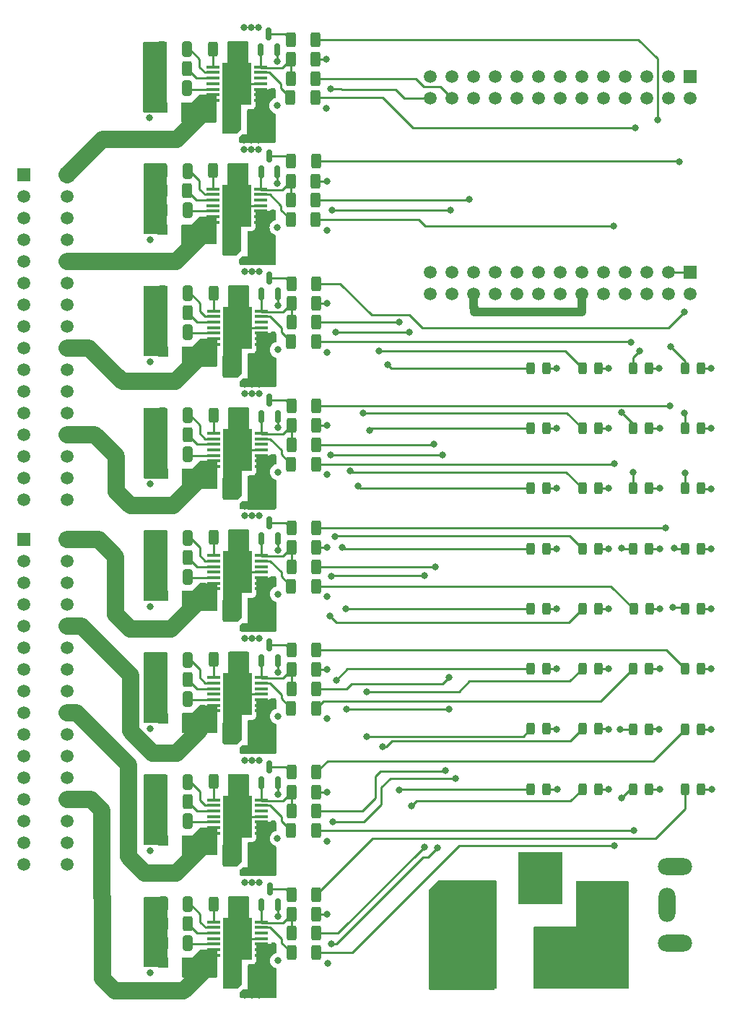
<source format=gbr>
G04 #@! TF.GenerationSoftware,KiCad,Pcbnew,8.0.1*
G04 #@! TF.CreationDate,2024-09-07T13:53:51-04:00*
G04 #@! TF.ProjectId,16ch-driver-v1,31366368-2d64-4726-9976-65722d76312e,rev?*
G04 #@! TF.SameCoordinates,Original*
G04 #@! TF.FileFunction,Copper,L1,Top*
G04 #@! TF.FilePolarity,Positive*
%FSLAX46Y46*%
G04 Gerber Fmt 4.6, Leading zero omitted, Abs format (unit mm)*
G04 Created by KiCad (PCBNEW 8.0.1) date 2024-09-07 13:53:51*
%MOMM*%
%LPD*%
G01*
G04 APERTURE LIST*
G04 Aperture macros list*
%AMRoundRect*
0 Rectangle with rounded corners*
0 $1 Rounding radius*
0 $2 $3 $4 $5 $6 $7 $8 $9 X,Y pos of 4 corners*
0 Add a 4 corners polygon primitive as box body*
4,1,4,$2,$3,$4,$5,$6,$7,$8,$9,$2,$3,0*
0 Add four circle primitives for the rounded corners*
1,1,$1+$1,$2,$3*
1,1,$1+$1,$4,$5*
1,1,$1+$1,$6,$7*
1,1,$1+$1,$8,$9*
0 Add four rect primitives between the rounded corners*
20,1,$1+$1,$2,$3,$4,$5,0*
20,1,$1+$1,$4,$5,$6,$7,0*
20,1,$1+$1,$6,$7,$8,$9,0*
20,1,$1+$1,$8,$9,$2,$3,0*%
G04 Aperture macros list end*
G04 #@! TA.AperFunction,SMDPad,CuDef*
%ADD10RoundRect,0.250000X-0.312500X-0.625000X0.312500X-0.625000X0.312500X0.625000X-0.312500X0.625000X0*%
G04 #@! TD*
G04 #@! TA.AperFunction,SMDPad,CuDef*
%ADD11RoundRect,0.250000X-0.325000X-0.650000X0.325000X-0.650000X0.325000X0.650000X-0.325000X0.650000X0*%
G04 #@! TD*
G04 #@! TA.AperFunction,SMDPad,CuDef*
%ADD12RoundRect,0.250000X0.312500X0.625000X-0.312500X0.625000X-0.312500X-0.625000X0.312500X-0.625000X0*%
G04 #@! TD*
G04 #@! TA.AperFunction,SMDPad,CuDef*
%ADD13RoundRect,0.250000X0.325000X1.100000X-0.325000X1.100000X-0.325000X-1.100000X0.325000X-1.100000X0*%
G04 #@! TD*
G04 #@! TA.AperFunction,SMDPad,CuDef*
%ADD14RoundRect,0.243750X-0.243750X-0.456250X0.243750X-0.456250X0.243750X0.456250X-0.243750X0.456250X0*%
G04 #@! TD*
G04 #@! TA.AperFunction,SMDPad,CuDef*
%ADD15R,1.600000X0.300000*%
G04 #@! TD*
G04 #@! TA.AperFunction,SMDPad,CuDef*
%ADD16R,3.400000X5.000000*%
G04 #@! TD*
G04 #@! TA.AperFunction,SMDPad,CuDef*
%ADD17R,1.200000X1.200000*%
G04 #@! TD*
G04 #@! TA.AperFunction,SMDPad,CuDef*
%ADD18RoundRect,0.250000X-0.875000X-1.025000X0.875000X-1.025000X0.875000X1.025000X-0.875000X1.025000X0*%
G04 #@! TD*
G04 #@! TA.AperFunction,ComponentPad*
%ADD19R,1.508000X1.508000*%
G04 #@! TD*
G04 #@! TA.AperFunction,ComponentPad*
%ADD20C,1.508000*%
G04 #@! TD*
G04 #@! TA.AperFunction,SMDPad,CuDef*
%ADD21RoundRect,0.150000X0.150000X-0.587500X0.150000X0.587500X-0.150000X0.587500X-0.150000X-0.587500X0*%
G04 #@! TD*
G04 #@! TA.AperFunction,SMDPad,CuDef*
%ADD22RoundRect,0.250000X0.712500X2.475000X-0.712500X2.475000X-0.712500X-2.475000X0.712500X-2.475000X0*%
G04 #@! TD*
G04 #@! TA.AperFunction,ComponentPad*
%ADD23O,2.250000X4.500000*%
G04 #@! TD*
G04 #@! TA.AperFunction,ComponentPad*
%ADD24O,2.000000X4.000000*%
G04 #@! TD*
G04 #@! TA.AperFunction,ComponentPad*
%ADD25O,4.000000X2.000000*%
G04 #@! TD*
G04 #@! TA.AperFunction,ViaPad*
%ADD26C,0.800000*%
G04 #@! TD*
G04 #@! TA.AperFunction,Conductor*
%ADD27C,0.250000*%
G04 #@! TD*
G04 #@! TA.AperFunction,Conductor*
%ADD28C,1.000000*%
G04 #@! TD*
G04 #@! TA.AperFunction,Conductor*
%ADD29C,2.000000*%
G04 #@! TD*
G04 APERTURE END LIST*
D10*
G04 #@! TO.P,R23,1*
G04 #@! TO.N,GND*
X117836503Y-91183927D03*
G04 #@! TO.P,R23,2*
G04 #@! TO.N,Net-(U4-OSC_FREQ_ADJ)*
X120761503Y-91183927D03*
G04 #@! TD*
D11*
G04 #@! TO.P,C3,1*
G04 #@! TO.N,GND*
X117757502Y-45964999D03*
G04 #@! TO.P,C3,2*
G04 #@! TO.N,Net-(U1-DELAY_ADJ)*
X120707502Y-45964999D03*
G04 #@! TD*
D12*
G04 #@! TO.P,R16,1*
G04 #@! TO.N,GND*
X135848803Y-75729913D03*
G04 #@! TO.P,R16,2*
G04 #@! TO.N,Net-(Q3-G)*
X132923803Y-75729913D03*
G04 #@! TD*
D13*
G04 #@! TO.P,C23,1*
G04 #@! TO.N,+12V*
X128437502Y-154741783D03*
G04 #@! TO.P,C23,2*
G04 #@! TO.N,GND*
X125487502Y-154741783D03*
G04 #@! TD*
D14*
G04 #@! TO.P,D33,1,K*
G04 #@! TO.N,Net-(D33-K)*
X161003481Y-97457731D03*
G04 #@! TO.P,D33,2,A*
G04 #@! TO.N,+12V*
X162878481Y-97457731D03*
G04 #@! TD*
D11*
G04 #@! TO.P,C4,1*
G04 #@! TO.N,GND*
X117757502Y-50534999D03*
G04 #@! TO.P,C4,2*
G04 #@! TO.N,Net-(U1-BOOT)*
X120707502Y-50534999D03*
G04 #@! TD*
G04 #@! TO.P,C16,1*
G04 #@! TO.N,GND*
X117832502Y-107799641D03*
G04 #@! TO.P,C16,2*
G04 #@! TO.N,Net-(U5-BOOT)*
X120782502Y-107799641D03*
G04 #@! TD*
D14*
G04 #@! TO.P,D38,1,K*
G04 #@! TO.N,Net-(D38-K)*
X167053481Y-111557731D03*
G04 #@! TO.P,D38,2,A*
G04 #@! TO.N,+12V*
X168928481Y-111557731D03*
G04 #@! TD*
D12*
G04 #@! TO.P,R3,1*
G04 #@! TO.N,/SpikeAndHoldDriverAndLEDs-1/TTLInput*
X135771503Y-49374999D03*
G04 #@! TO.P,R3,2*
G04 #@! TO.N,Net-(Q1-G)*
X132846503Y-49374999D03*
G04 #@! TD*
D14*
G04 #@! TO.P,D42,1,K*
G04 #@! TO.N,Net-(D42-K)*
X161003481Y-118607731D03*
G04 #@! TO.P,D42,2,A*
G04 #@! TO.N,+12V*
X162878481Y-118607731D03*
G04 #@! TD*
G04 #@! TO.P,D29,1,K*
G04 #@! TO.N,Net-(D29-K)*
X167053481Y-90407731D03*
G04 #@! TO.P,D29,2,A*
G04 #@! TO.N,+12V*
X168928481Y-90407731D03*
G04 #@! TD*
D15*
G04 #@! TO.P,U3,1,DUTY_CYCLE_ADJ*
G04 #@! TO.N,Net-(U3-DUTY_CYCLE_ADJ)*
X123786503Y-76658213D03*
G04 #@! TO.P,U3,2,DELAY_ADJ*
G04 #@! TO.N,Net-(U3-DELAY_ADJ)*
X123786503Y-77308213D03*
G04 #@! TO.P,U3,3,OSC_FREQ_ADJ*
G04 #@! TO.N,Net-(U3-OSC_FREQ_ADJ)*
X123786503Y-77958213D03*
G04 #@! TO.P,U3,4,MASTER*
G04 #@! TO.N,unconnected-(U3-MASTER-Pad4)*
X123786503Y-78608213D03*
G04 #@! TO.P,U3,5,BOOT*
G04 #@! TO.N,Net-(U3-BOOT)*
X123786503Y-79258213D03*
G04 #@! TO.P,U3,6,OUT1*
G04 #@! TO.N,/SpikeAndHoldDriverAndLEDs-3/DriveOut*
X123786503Y-79908213D03*
G04 #@! TO.P,U3,7,OUT2*
X123786503Y-80558213D03*
G04 #@! TO.P,U3,8,VPS2*
G04 #@! TO.N,+12V*
X129386503Y-80558213D03*
G04 #@! TO.P,U3,9,VPS1*
X129386503Y-79908213D03*
G04 #@! TO.P,U3,10,+VS*
X129386503Y-79258213D03*
G04 #@! TO.P,U3,11,GND*
G04 #@! TO.N,GND*
X129386503Y-78608213D03*
G04 #@! TO.P,U3,12,SYNC*
G04 #@! TO.N,unconnected-(U3-SYNC-Pad12)*
X129386503Y-77958213D03*
G04 #@! TO.P,U3,13,STATUS_OK_FLAG*
G04 #@! TO.N,Net-(U3-STATUS_OK_FLAG)*
X129386503Y-77308213D03*
G04 #@! TO.P,U3,14,INPUT*
G04 #@! TO.N,Net-(Q3-G)*
X129386503Y-76658213D03*
D16*
G04 #@! TO.P,U3,15,EPAD*
G04 #@! TO.N,GND*
X126586503Y-78608213D03*
G04 #@! TD*
D14*
G04 #@! TO.P,D39,1,K*
G04 #@! TO.N,Net-(D39-K)*
X161003481Y-111557731D03*
G04 #@! TO.P,D39,2,A*
G04 #@! TO.N,+12V*
X162878481Y-111557731D03*
G04 #@! TD*
D12*
G04 #@! TO.P,R9,1*
G04 #@! TO.N,/SpikeAndHoldDriverAndLEDs-2/TTLInput*
X135796503Y-63662499D03*
G04 #@! TO.P,R9,2*
G04 #@! TO.N,Net-(Q2-G)*
X132871503Y-63662499D03*
G04 #@! TD*
D17*
G04 #@! TO.P,D13,1,K*
G04 #@! TO.N,/SpikeAndHoldDriverAndLEDs-5/DriveOut*
X120695002Y-110069641D03*
G04 #@! TO.P,D13,2,A*
G04 #@! TO.N,GND*
X117895002Y-110069641D03*
G04 #@! TD*
D12*
G04 #@! TO.P,R40,1*
G04 #@! TO.N,GND*
X135848803Y-133032769D03*
G04 #@! TO.P,R40,2*
G04 #@! TO.N,Net-(Q7-G)*
X132923803Y-133032769D03*
G04 #@! TD*
D15*
G04 #@! TO.P,U8,1,DUTY_CYCLE_ADJ*
G04 #@! TO.N,Net-(U8-DUTY_CYCLE_ADJ)*
X123806503Y-148286783D03*
G04 #@! TO.P,U8,2,DELAY_ADJ*
G04 #@! TO.N,Net-(U8-DELAY_ADJ)*
X123806503Y-148936783D03*
G04 #@! TO.P,U8,3,OSC_FREQ_ADJ*
G04 #@! TO.N,Net-(U8-OSC_FREQ_ADJ)*
X123806503Y-149586783D03*
G04 #@! TO.P,U8,4,MASTER*
G04 #@! TO.N,unconnected-(U8-MASTER-Pad4)*
X123806503Y-150236783D03*
G04 #@! TO.P,U8,5,BOOT*
G04 #@! TO.N,Net-(U8-BOOT)*
X123806503Y-150886783D03*
G04 #@! TO.P,U8,6,OUT1*
G04 #@! TO.N,/SpikeAndHoldDriverAndLEDs-8/DriveOut*
X123806503Y-151536783D03*
G04 #@! TO.P,U8,7,OUT2*
X123806503Y-152186783D03*
G04 #@! TO.P,U8,8,VPS2*
G04 #@! TO.N,+12V*
X129406503Y-152186783D03*
G04 #@! TO.P,U8,9,VPS1*
X129406503Y-151536783D03*
G04 #@! TO.P,U8,10,+VS*
X129406503Y-150886783D03*
G04 #@! TO.P,U8,11,GND*
G04 #@! TO.N,GND*
X129406503Y-150236783D03*
G04 #@! TO.P,U8,12,SYNC*
G04 #@! TO.N,unconnected-(U8-SYNC-Pad12)*
X129406503Y-149586783D03*
G04 #@! TO.P,U8,13,STATUS_OK_FLAG*
G04 #@! TO.N,Net-(U8-STATUS_OK_FLAG)*
X129406503Y-148936783D03*
G04 #@! TO.P,U8,14,INPUT*
G04 #@! TO.N,Net-(Q8-G)*
X129406503Y-148286783D03*
D16*
G04 #@! TO.P,U8,15,EPAD*
G04 #@! TO.N,GND*
X126606503Y-150236783D03*
G04 #@! TD*
D11*
G04 #@! TO.P,C13,1*
G04 #@! TO.N,GND*
X117832502Y-93473927D03*
G04 #@! TO.P,C13,2*
G04 #@! TO.N,Net-(U4-BOOT)*
X120782502Y-93473927D03*
G04 #@! TD*
G04 #@! TO.P,C6,1*
G04 #@! TO.N,GND*
X117782502Y-60252499D03*
G04 #@! TO.P,C6,2*
G04 #@! TO.N,Net-(U2-DELAY_ADJ)*
X120732502Y-60252499D03*
G04 #@! TD*
D10*
G04 #@! TO.P,R11,1*
G04 #@! TO.N,GND*
X117786503Y-62532499D03*
G04 #@! TO.P,R11,2*
G04 #@! TO.N,Net-(U2-OSC_FREQ_ADJ)*
X120711503Y-62532499D03*
G04 #@! TD*
D14*
G04 #@! TO.P,D5,1,K*
G04 #@! TO.N,Net-(D5-K)*
X179087500Y-90410000D03*
G04 #@! TO.P,D5,2,A*
G04 #@! TO.N,+12V*
X180962500Y-90410000D03*
G04 #@! TD*
D12*
G04 #@! TO.P,R37,1*
G04 #@! TO.N,Net-(D20-K)*
X135850002Y-130731069D03*
G04 #@! TO.P,R37,2*
G04 #@! TO.N,Net-(Q7-D)*
X132925002Y-130731069D03*
G04 #@! TD*
D14*
G04 #@! TO.P,D41,1,K*
G04 #@! TO.N,Net-(D41-K)*
X167053481Y-118607731D03*
G04 #@! TO.P,D41,2,A*
G04 #@! TO.N,+12V*
X168928481Y-118607731D03*
G04 #@! TD*
D11*
G04 #@! TO.P,C18,1*
G04 #@! TO.N,GND*
X117832502Y-117555355D03*
G04 #@! TO.P,C18,2*
G04 #@! TO.N,Net-(U6-DELAY_ADJ)*
X120782502Y-117555355D03*
G04 #@! TD*
D17*
G04 #@! TO.P,D22,1,K*
G04 #@! TO.N,/SpikeAndHoldDriverAndLEDs-8/DriveOut*
X120715002Y-153046783D03*
G04 #@! TO.P,D22,2,A*
G04 #@! TO.N,GND*
X117915002Y-153046783D03*
G04 #@! TD*
G04 #@! TO.P,D7,1,K*
G04 #@! TO.N,/SpikeAndHoldDriverAndLEDs-3/DriveOut*
X120695002Y-81418213D03*
G04 #@! TO.P,D7,2,A*
G04 #@! TO.N,GND*
X117895002Y-81418213D03*
G04 #@! TD*
D10*
G04 #@! TO.P,R35,1*
G04 #@! TO.N,GND*
X117836503Y-119835355D03*
G04 #@! TO.P,R35,2*
G04 #@! TO.N,Net-(U6-OSC_FREQ_ADJ)*
X120761503Y-119835355D03*
G04 #@! TD*
D11*
G04 #@! TO.P,C19,1*
G04 #@! TO.N,GND*
X117832502Y-122125355D03*
G04 #@! TO.P,C19,2*
G04 #@! TO.N,Net-(U6-BOOT)*
X120782502Y-122125355D03*
G04 #@! TD*
D18*
G04 #@! TO.P,C1,1*
G04 #@! TO.N,+12V*
X155906489Y-144837930D03*
G04 #@! TO.P,C1,2*
G04 #@! TO.N,GND*
X162306489Y-144837930D03*
G04 #@! TD*
D14*
G04 #@! TO.P,D11,1,K*
G04 #@! TO.N,Net-(D11-K)*
X179087500Y-104510000D03*
G04 #@! TO.P,D11,2,A*
G04 #@! TO.N,+12V*
X180962500Y-104510000D03*
G04 #@! TD*
D17*
G04 #@! TO.P,D10,1,K*
G04 #@! TO.N,/SpikeAndHoldDriverAndLEDs-4/DriveOut*
X120695002Y-95743927D03*
G04 #@! TO.P,D10,2,A*
G04 #@! TO.N,GND*
X117895002Y-95743927D03*
G04 #@! TD*
D13*
G04 #@! TO.P,C11,1*
G04 #@! TO.N,+12V*
X128417502Y-97438927D03*
G04 #@! TO.P,C11,2*
G04 #@! TO.N,GND*
X125467502Y-97438927D03*
G04 #@! TD*
D14*
G04 #@! TO.P,D26,1,K*
G04 #@! TO.N,Net-(D26-K)*
X167053481Y-83357731D03*
G04 #@! TO.P,D26,2,A*
G04 #@! TO.N,+12V*
X168928481Y-83357731D03*
G04 #@! TD*
D17*
G04 #@! TO.P,D4,1,K*
G04 #@! TO.N,/SpikeAndHoldDriverAndLEDs-2/DriveOut*
X120645002Y-67092499D03*
G04 #@! TO.P,D4,2,A*
G04 #@! TO.N,GND*
X117845002Y-67092499D03*
G04 #@! TD*
D12*
G04 #@! TO.P,R19,1*
G04 #@! TO.N,Net-(D11-K)*
X135850002Y-87753927D03*
G04 #@! TO.P,R19,2*
G04 #@! TO.N,Net-(Q4-D)*
X132925002Y-87753927D03*
G04 #@! TD*
D14*
G04 #@! TO.P,D24,1,K*
G04 #@! TO.N,Net-(D24-K)*
X173037500Y-132710000D03*
G04 #@! TO.P,D24,2,A*
G04 #@! TO.N,+12V*
X174912500Y-132710000D03*
G04 #@! TD*
D19*
G04 #@! TO.P,J3,1_A,1*
G04 #@! TO.N,/SpikeAndHoldDriverAndLEDs-1/DriveOut*
X106637502Y-60639998D03*
G04 #@! TO.P,J3,1_B,1*
X101557502Y-60639998D03*
D20*
G04 #@! TO.P,J3,2_A,2*
G04 #@! TO.N,GND*
X106637502Y-63179998D03*
G04 #@! TO.P,J3,2_B,2*
X101557502Y-63179998D03*
G04 #@! TO.P,J3,3_A,3*
G04 #@! TO.N,/SpikeAndHoldDriverAndLEDs-9/DriveOut*
X106637502Y-65719998D03*
G04 #@! TO.P,J3,3_B,3*
X101557502Y-65719998D03*
G04 #@! TO.P,J3,4_A,4*
G04 #@! TO.N,GND*
X106637502Y-68259998D03*
G04 #@! TO.P,J3,4_B,4*
X101557502Y-68259998D03*
G04 #@! TO.P,J3,5_A,5*
G04 #@! TO.N,/SpikeAndHoldDriverAndLEDs-2/DriveOut*
X106637502Y-70799998D03*
G04 #@! TO.P,J3,5_B,5*
X101557502Y-70799998D03*
G04 #@! TO.P,J3,6_A,6*
G04 #@! TO.N,GND*
X106637502Y-73339998D03*
G04 #@! TO.P,J3,6_B,6*
X101557502Y-73339998D03*
G04 #@! TO.P,J3,7_A,7*
G04 #@! TO.N,/SpikeAndHoldDriverAndLEDs-10/DriveOut*
X106637502Y-75879998D03*
G04 #@! TO.P,J3,7_B,7*
X101557502Y-75879998D03*
G04 #@! TO.P,J3,8_A,8*
G04 #@! TO.N,GND*
X106637502Y-78419998D03*
G04 #@! TO.P,J3,8_B,8*
X101557502Y-78419998D03*
G04 #@! TO.P,J3,9_A,9*
G04 #@! TO.N,/SpikeAndHoldDriverAndLEDs-3/DriveOut*
X106637502Y-80959998D03*
G04 #@! TO.P,J3,9_B,9*
X101557502Y-80959998D03*
G04 #@! TO.P,J3,10_A,10*
G04 #@! TO.N,GND*
X106637502Y-83499998D03*
G04 #@! TO.P,J3,10_B,10*
X101557502Y-83499998D03*
G04 #@! TO.P,J3,11_A,11*
G04 #@! TO.N,/SpikeAndHoldDriverAndLEDs-11/DriveOut*
X106637502Y-86039998D03*
G04 #@! TO.P,J3,11_B,11*
X101557502Y-86039998D03*
G04 #@! TO.P,J3,12_A,12*
G04 #@! TO.N,GND*
X106637502Y-88579998D03*
G04 #@! TO.P,J3,12_B,12*
X101557502Y-88579998D03*
G04 #@! TO.P,J3,13_A,13*
G04 #@! TO.N,/SpikeAndHoldDriverAndLEDs-4/DriveOut*
X106637502Y-91119998D03*
G04 #@! TO.P,J3,13_B,13*
X101557502Y-91119998D03*
G04 #@! TO.P,J3,14_A,14*
G04 #@! TO.N,GND*
X106637502Y-93659998D03*
G04 #@! TO.P,J3,14_B,14*
X101557502Y-93659998D03*
G04 #@! TO.P,J3,15_A,15*
G04 #@! TO.N,/SpikeAndHoldDriverAndLEDs-12/DriveOut*
X106637502Y-96199998D03*
G04 #@! TO.P,J3,15_B,15*
X101557502Y-96199998D03*
G04 #@! TO.P,J3,16_A,16*
G04 #@! TO.N,GND*
X106637502Y-98739998D03*
G04 #@! TO.P,J3,16_B,16*
X101557502Y-98739998D03*
G04 #@! TD*
D12*
G04 #@! TO.P,R28,1*
G04 #@! TO.N,GND*
X135848803Y-104381341D03*
G04 #@! TO.P,R28,2*
G04 #@! TO.N,Net-(Q5-G)*
X132923803Y-104381341D03*
G04 #@! TD*
D21*
G04 #@! TO.P,Q6,1,G*
G04 #@! TO.N,Net-(Q6-G)*
X129417502Y-117652855D03*
G04 #@! TO.P,Q6,2,S*
G04 #@! TO.N,GND*
X131317502Y-117652855D03*
G04 #@! TO.P,Q6,3,D*
G04 #@! TO.N,Net-(Q6-D)*
X130367502Y-115777855D03*
G04 #@! TD*
D12*
G04 #@! TO.P,R48,1*
G04 #@! TO.N,Net-(D24-K)*
X135850002Y-151896783D03*
G04 #@! TO.P,R48,2*
G04 #@! TO.N,Net-(U8-STATUS_OK_FLAG)*
X132925002Y-151896783D03*
G04 #@! TD*
G04 #@! TO.P,R33,1*
G04 #@! TO.N,/SpikeAndHoldDriverAndLEDs-6/TTLInput*
X135846503Y-120965355D03*
G04 #@! TO.P,R33,2*
G04 #@! TO.N,Net-(Q6-G)*
X132921503Y-120965355D03*
G04 #@! TD*
D21*
G04 #@! TO.P,Q2,1,G*
G04 #@! TO.N,Net-(Q2-G)*
X129367502Y-60349999D03*
G04 #@! TO.P,Q2,2,S*
G04 #@! TO.N,GND*
X131267502Y-60349999D03*
G04 #@! TO.P,Q2,3,D*
G04 #@! TO.N,Net-(Q2-D)*
X130317502Y-58474999D03*
G04 #@! TD*
D11*
G04 #@! TO.P,C12,1*
G04 #@! TO.N,GND*
X117832502Y-88903927D03*
G04 #@! TO.P,C12,2*
G04 #@! TO.N,Net-(U4-DELAY_ADJ)*
X120782502Y-88903927D03*
G04 #@! TD*
D12*
G04 #@! TO.P,R45,1*
G04 #@! TO.N,/SpikeAndHoldDriverAndLEDs-8/TTLInput*
X135866503Y-149616783D03*
G04 #@! TO.P,R45,2*
G04 #@! TO.N,Net-(Q8-G)*
X132941503Y-149616783D03*
G04 #@! TD*
D14*
G04 #@! TO.P,D23,1,K*
G04 #@! TO.N,Net-(D23-K)*
X179087500Y-132710000D03*
G04 #@! TO.P,D23,2,A*
G04 #@! TO.N,+12V*
X180962500Y-132710000D03*
G04 #@! TD*
D11*
G04 #@! TO.P,C7,1*
G04 #@! TO.N,GND*
X117782502Y-64822499D03*
G04 #@! TO.P,C7,2*
G04 #@! TO.N,Net-(U2-BOOT)*
X120732502Y-64822499D03*
G04 #@! TD*
D12*
G04 #@! TO.P,R4,1*
G04 #@! TO.N,GND*
X135773803Y-47116699D03*
G04 #@! TO.P,R4,2*
G04 #@! TO.N,Net-(Q1-G)*
X132848803Y-47116699D03*
G04 #@! TD*
D14*
G04 #@! TO.P,D47,1,K*
G04 #@! TO.N,Net-(D47-K)*
X167053481Y-132707731D03*
G04 #@! TO.P,D47,2,A*
G04 #@! TO.N,+12V*
X168928481Y-132707731D03*
G04 #@! TD*
G04 #@! TO.P,D27,1,K*
G04 #@! TO.N,Net-(D27-K)*
X161003481Y-83357731D03*
G04 #@! TO.P,D27,2,A*
G04 #@! TO.N,+12V*
X162878481Y-83357731D03*
G04 #@! TD*
D12*
G04 #@! TO.P,R46,1*
G04 #@! TO.N,GND*
X135868803Y-147358483D03*
G04 #@! TO.P,R46,2*
G04 #@! TO.N,Net-(Q8-G)*
X132943803Y-147358483D03*
G04 #@! TD*
D17*
G04 #@! TO.P,D16,1,K*
G04 #@! TO.N,/SpikeAndHoldDriverAndLEDs-6/DriveOut*
X120695002Y-124395355D03*
G04 #@! TO.P,D16,2,A*
G04 #@! TO.N,GND*
X117895002Y-124395355D03*
G04 #@! TD*
D12*
G04 #@! TO.P,R14,1*
G04 #@! TO.N,GND*
X126720002Y-74528213D03*
G04 #@! TO.P,R14,2*
G04 #@! TO.N,Net-(U3-DUTY_CYCLE_ADJ)*
X123795002Y-74528213D03*
G04 #@! TD*
D13*
G04 #@! TO.P,C14,1*
G04 #@! TO.N,+12V*
X128417502Y-111764641D03*
G04 #@! TO.P,C14,2*
G04 #@! TO.N,GND*
X125467502Y-111764641D03*
G04 #@! TD*
G04 #@! TO.P,C17,1*
G04 #@! TO.N,+12V*
X128417502Y-126090355D03*
G04 #@! TO.P,C17,2*
G04 #@! TO.N,GND*
X125467502Y-126090355D03*
G04 #@! TD*
D22*
G04 #@! TO.P,F1,1*
G04 #@! TO.N,/12V_IN*
X162537500Y-153185000D03*
G04 #@! TO.P,F1,2*
G04 #@! TO.N,+12V*
X155762500Y-153185000D03*
G04 #@! TD*
D23*
G04 #@! TO.P,J1,1*
G04 #@! TO.N,/12V_IN*
X170955086Y-146253591D03*
D24*
G04 #@! TO.P,J1,2*
G04 #@! TO.N,GND*
X176955086Y-146253591D03*
D25*
G04 #@! TO.P,J1,S1,SHIELD*
X177955086Y-141753591D03*
G04 #@! TO.P,J1,S2,SHIELD*
X177955086Y-150753591D03*
G04 #@! TD*
D10*
G04 #@! TO.P,R29,1*
G04 #@! TO.N,GND*
X117836503Y-105509641D03*
G04 #@! TO.P,R29,2*
G04 #@! TO.N,Net-(U5-OSC_FREQ_ADJ)*
X120761503Y-105509641D03*
G04 #@! TD*
D12*
G04 #@! TO.P,R30,1*
G04 #@! TO.N,Net-(D15-K)*
X135830002Y-108919641D03*
G04 #@! TO.P,R30,2*
G04 #@! TO.N,Net-(U5-STATUS_OK_FLAG)*
X132905002Y-108919641D03*
G04 #@! TD*
G04 #@! TO.P,R39,1*
G04 #@! TO.N,/SpikeAndHoldDriverAndLEDs-7/TTLInput*
X135846503Y-135291069D03*
G04 #@! TO.P,R39,2*
G04 #@! TO.N,Net-(Q7-G)*
X132921503Y-135291069D03*
G04 #@! TD*
D14*
G04 #@! TO.P,D45,1,K*
G04 #@! TO.N,Net-(D45-K)*
X161003481Y-125657731D03*
G04 #@! TO.P,D45,2,A*
G04 #@! TO.N,+12V*
X162878481Y-125657731D03*
G04 #@! TD*
D13*
G04 #@! TO.P,C2,1*
G04 #@! TO.N,+12V*
X128342502Y-54499999D03*
G04 #@! TO.P,C2,2*
G04 #@! TO.N,GND*
X125392502Y-54499999D03*
G04 #@! TD*
D21*
G04 #@! TO.P,Q7,1,G*
G04 #@! TO.N,Net-(Q7-G)*
X129417502Y-131978569D03*
G04 #@! TO.P,Q7,2,S*
G04 #@! TO.N,GND*
X131317502Y-131978569D03*
G04 #@! TO.P,Q7,3,D*
G04 #@! TO.N,Net-(Q7-D)*
X130367502Y-130103569D03*
G04 #@! TD*
D15*
G04 #@! TO.P,U1,1,DUTY_CYCLE_ADJ*
G04 #@! TO.N,Net-(U1-DUTY_CYCLE_ADJ)*
X123711503Y-48044999D03*
G04 #@! TO.P,U1,2,DELAY_ADJ*
G04 #@! TO.N,Net-(U1-DELAY_ADJ)*
X123711503Y-48694999D03*
G04 #@! TO.P,U1,3,OSC_FREQ_ADJ*
G04 #@! TO.N,Net-(U1-OSC_FREQ_ADJ)*
X123711503Y-49344999D03*
G04 #@! TO.P,U1,4,MASTER*
G04 #@! TO.N,unconnected-(U1-MASTER-Pad4)*
X123711503Y-49994999D03*
G04 #@! TO.P,U1,5,BOOT*
G04 #@! TO.N,Net-(U1-BOOT)*
X123711503Y-50644999D03*
G04 #@! TO.P,U1,6,OUT1*
G04 #@! TO.N,/SpikeAndHoldDriverAndLEDs-1/DriveOut*
X123711503Y-51294999D03*
G04 #@! TO.P,U1,7,OUT2*
X123711503Y-51944999D03*
G04 #@! TO.P,U1,8,VPS2*
G04 #@! TO.N,+12V*
X129311503Y-51944999D03*
G04 #@! TO.P,U1,9,VPS1*
X129311503Y-51294999D03*
G04 #@! TO.P,U1,10,+VS*
X129311503Y-50644999D03*
G04 #@! TO.P,U1,11,GND*
G04 #@! TO.N,GND*
X129311503Y-49994999D03*
G04 #@! TO.P,U1,12,SYNC*
G04 #@! TO.N,unconnected-(U1-SYNC-Pad12)*
X129311503Y-49344999D03*
G04 #@! TO.P,U1,13,STATUS_OK_FLAG*
G04 #@! TO.N,Net-(U1-STATUS_OK_FLAG)*
X129311503Y-48694999D03*
G04 #@! TO.P,U1,14,INPUT*
G04 #@! TO.N,Net-(Q1-G)*
X129311503Y-48044999D03*
D16*
G04 #@! TO.P,U1,15,EPAD*
G04 #@! TO.N,GND*
X126511503Y-49994999D03*
G04 #@! TD*
D15*
G04 #@! TO.P,U2,1,DUTY_CYCLE_ADJ*
G04 #@! TO.N,Net-(U2-DUTY_CYCLE_ADJ)*
X123736503Y-62332499D03*
G04 #@! TO.P,U2,2,DELAY_ADJ*
G04 #@! TO.N,Net-(U2-DELAY_ADJ)*
X123736503Y-62982499D03*
G04 #@! TO.P,U2,3,OSC_FREQ_ADJ*
G04 #@! TO.N,Net-(U2-OSC_FREQ_ADJ)*
X123736503Y-63632499D03*
G04 #@! TO.P,U2,4,MASTER*
G04 #@! TO.N,unconnected-(U2-MASTER-Pad4)*
X123736503Y-64282499D03*
G04 #@! TO.P,U2,5,BOOT*
G04 #@! TO.N,Net-(U2-BOOT)*
X123736503Y-64932499D03*
G04 #@! TO.P,U2,6,OUT1*
G04 #@! TO.N,/SpikeAndHoldDriverAndLEDs-2/DriveOut*
X123736503Y-65582499D03*
G04 #@! TO.P,U2,7,OUT2*
X123736503Y-66232499D03*
G04 #@! TO.P,U2,8,VPS2*
G04 #@! TO.N,+12V*
X129336503Y-66232499D03*
G04 #@! TO.P,U2,9,VPS1*
X129336503Y-65582499D03*
G04 #@! TO.P,U2,10,+VS*
X129336503Y-64932499D03*
G04 #@! TO.P,U2,11,GND*
G04 #@! TO.N,GND*
X129336503Y-64282499D03*
G04 #@! TO.P,U2,12,SYNC*
G04 #@! TO.N,unconnected-(U2-SYNC-Pad12)*
X129336503Y-63632499D03*
G04 #@! TO.P,U2,13,STATUS_OK_FLAG*
G04 #@! TO.N,Net-(U2-STATUS_OK_FLAG)*
X129336503Y-62982499D03*
G04 #@! TO.P,U2,14,INPUT*
G04 #@! TO.N,Net-(Q2-G)*
X129336503Y-62332499D03*
D16*
G04 #@! TO.P,U2,15,EPAD*
G04 #@! TO.N,GND*
X126536503Y-64282499D03*
G04 #@! TD*
D12*
G04 #@! TO.P,R1,1*
G04 #@! TO.N,Net-(D2-K)*
X135775002Y-44814999D03*
G04 #@! TO.P,R1,2*
G04 #@! TO.N,Net-(Q1-D)*
X132850002Y-44814999D03*
G04 #@! TD*
D11*
G04 #@! TO.P,C24,1*
G04 #@! TO.N,GND*
X117852502Y-146206783D03*
G04 #@! TO.P,C24,2*
G04 #@! TO.N,Net-(U8-DELAY_ADJ)*
X120802502Y-146206783D03*
G04 #@! TD*
D14*
G04 #@! TO.P,D3,1,K*
G04 #@! TO.N,Net-(D3-K)*
X173037500Y-83360000D03*
G04 #@! TO.P,D3,2,A*
G04 #@! TO.N,+12V*
X174912500Y-83360000D03*
G04 #@! TD*
D12*
G04 #@! TO.P,R8,1*
G04 #@! TO.N,GND*
X126670002Y-60202499D03*
G04 #@! TO.P,R8,2*
G04 #@! TO.N,Net-(U2-DUTY_CYCLE_ADJ)*
X123745002Y-60202499D03*
G04 #@! TD*
G04 #@! TO.P,R34,1*
G04 #@! TO.N,GND*
X135848803Y-118707055D03*
G04 #@! TO.P,R34,2*
G04 #@! TO.N,Net-(Q6-G)*
X132923803Y-118707055D03*
G04 #@! TD*
G04 #@! TO.P,R44,1*
G04 #@! TO.N,GND*
X126740002Y-146156783D03*
G04 #@! TO.P,R44,2*
G04 #@! TO.N,Net-(U8-DUTY_CYCLE_ADJ)*
X123815002Y-146156783D03*
G04 #@! TD*
D14*
G04 #@! TO.P,D44,1,K*
G04 #@! TO.N,Net-(D44-K)*
X167053481Y-125657731D03*
G04 #@! TO.P,D44,2,A*
G04 #@! TO.N,+12V*
X168928481Y-125657731D03*
G04 #@! TD*
D11*
G04 #@! TO.P,C25,1*
G04 #@! TO.N,GND*
X117852502Y-150776783D03*
G04 #@! TO.P,C25,2*
G04 #@! TO.N,Net-(U8-BOOT)*
X120802502Y-150776783D03*
G04 #@! TD*
D12*
G04 #@! TO.P,R38,1*
G04 #@! TO.N,GND*
X126720002Y-131831069D03*
G04 #@! TO.P,R38,2*
G04 #@! TO.N,Net-(U7-DUTY_CYCLE_ADJ)*
X123795002Y-131831069D03*
G04 #@! TD*
D21*
G04 #@! TO.P,Q4,1,G*
G04 #@! TO.N,Net-(Q4-G)*
X129417502Y-89001427D03*
G04 #@! TO.P,Q4,2,S*
G04 #@! TO.N,GND*
X131317502Y-89001427D03*
G04 #@! TO.P,Q4,3,D*
G04 #@! TO.N,Net-(Q4-D)*
X130367502Y-87126427D03*
G04 #@! TD*
D14*
G04 #@! TO.P,D9,1,K*
G04 #@! TO.N,Net-(D9-K)*
X173037500Y-97460000D03*
G04 #@! TO.P,D9,2,A*
G04 #@! TO.N,+12V*
X174912500Y-97460000D03*
G04 #@! TD*
G04 #@! TO.P,D20,1,K*
G04 #@! TO.N,Net-(D20-K)*
X179087500Y-125660000D03*
G04 #@! TO.P,D20,2,A*
G04 #@! TO.N,+12V*
X180962500Y-125660000D03*
G04 #@! TD*
D19*
G04 #@! TO.P,J4,1_A,1*
G04 #@! TO.N,/SpikeAndHoldDriverAndLEDs-5/DriveOut*
X106662502Y-103439998D03*
G04 #@! TO.P,J4,1_B,1*
X101582502Y-103439998D03*
D20*
G04 #@! TO.P,J4,2_A,2*
G04 #@! TO.N,GND*
X106662502Y-105979998D03*
G04 #@! TO.P,J4,2_B,2*
X101582502Y-105979998D03*
G04 #@! TO.P,J4,3_A,3*
G04 #@! TO.N,/SpikeAndHoldDriverAndLEDs-13/DriveOut*
X106662502Y-108519998D03*
G04 #@! TO.P,J4,3_B,3*
X101582502Y-108519998D03*
G04 #@! TO.P,J4,4_A,4*
G04 #@! TO.N,GND*
X106662502Y-111059998D03*
G04 #@! TO.P,J4,4_B,4*
X101582502Y-111059998D03*
G04 #@! TO.P,J4,5_A,5*
G04 #@! TO.N,/SpikeAndHoldDriverAndLEDs-6/DriveOut*
X106662502Y-113599998D03*
G04 #@! TO.P,J4,5_B,5*
X101582502Y-113599998D03*
G04 #@! TO.P,J4,6_A,6*
G04 #@! TO.N,GND*
X106662502Y-116139998D03*
G04 #@! TO.P,J4,6_B,6*
X101582502Y-116139998D03*
G04 #@! TO.P,J4,7_A,7*
G04 #@! TO.N,/SpikeAndHoldDriverAndLEDs-14/DriveOut*
X106662502Y-118679998D03*
G04 #@! TO.P,J4,7_B,7*
X101582502Y-118679998D03*
G04 #@! TO.P,J4,8_A,8*
G04 #@! TO.N,GND*
X106662502Y-121219998D03*
G04 #@! TO.P,J4,8_B,8*
X101582502Y-121219998D03*
G04 #@! TO.P,J4,9_A,9*
G04 #@! TO.N,/SpikeAndHoldDriverAndLEDs-7/DriveOut*
X106662502Y-123759998D03*
G04 #@! TO.P,J4,9_B,9*
X101582502Y-123759998D03*
G04 #@! TO.P,J4,10_A,10*
G04 #@! TO.N,GND*
X106662502Y-126299998D03*
G04 #@! TO.P,J4,10_B,10*
X101582502Y-126299998D03*
G04 #@! TO.P,J4,11_A,11*
G04 #@! TO.N,/SpikeAndHoldDriverAndLEDs-15/DriveOut*
X106662502Y-128839998D03*
G04 #@! TO.P,J4,11_B,11*
X101582502Y-128839998D03*
G04 #@! TO.P,J4,12_A,12*
G04 #@! TO.N,GND*
X106662502Y-131379998D03*
G04 #@! TO.P,J4,12_B,12*
X101582502Y-131379998D03*
G04 #@! TO.P,J4,13_A,13*
G04 #@! TO.N,/SpikeAndHoldDriverAndLEDs-8/DriveOut*
X106662502Y-133919998D03*
G04 #@! TO.P,J4,13_B,13*
X101582502Y-133919998D03*
G04 #@! TO.P,J4,14_A,14*
G04 #@! TO.N,GND*
X106662502Y-136459998D03*
G04 #@! TO.P,J4,14_B,14*
X101582502Y-136459998D03*
G04 #@! TO.P,J4,15_A,15*
G04 #@! TO.N,/SpikeAndHoldDriverAndLEDs-16/DriveOut*
X106662502Y-138999998D03*
G04 #@! TO.P,J4,15_B,15*
X101582502Y-138999998D03*
G04 #@! TO.P,J4,16_A,16*
G04 #@! TO.N,GND*
X106662502Y-141539998D03*
G04 #@! TO.P,J4,16_B,16*
X101582502Y-141539998D03*
G04 #@! TD*
D12*
G04 #@! TO.P,R43,1*
G04 #@! TO.N,Net-(D23-K)*
X135870002Y-145056783D03*
G04 #@! TO.P,R43,2*
G04 #@! TO.N,Net-(Q8-D)*
X132945002Y-145056783D03*
G04 #@! TD*
D14*
G04 #@! TO.P,D30,1,K*
G04 #@! TO.N,Net-(D30-K)*
X161003481Y-90407731D03*
G04 #@! TO.P,D30,2,A*
G04 #@! TO.N,+12V*
X162878481Y-90407731D03*
G04 #@! TD*
D21*
G04 #@! TO.P,Q3,1,G*
G04 #@! TO.N,Net-(Q3-G)*
X129417502Y-74675713D03*
G04 #@! TO.P,Q3,2,S*
G04 #@! TO.N,GND*
X131317502Y-74675713D03*
G04 #@! TO.P,Q3,3,D*
G04 #@! TO.N,Net-(Q3-D)*
X130367502Y-72800713D03*
G04 #@! TD*
G04 #@! TO.P,Q1,1,G*
G04 #@! TO.N,Net-(Q1-G)*
X129342502Y-46062499D03*
G04 #@! TO.P,Q1,2,S*
G04 #@! TO.N,GND*
X131242502Y-46062499D03*
G04 #@! TO.P,Q1,3,D*
G04 #@! TO.N,Net-(Q1-D)*
X130292502Y-44187499D03*
G04 #@! TD*
D10*
G04 #@! TO.P,R47,1*
G04 #@! TO.N,GND*
X117856503Y-148486783D03*
G04 #@! TO.P,R47,2*
G04 #@! TO.N,Net-(U8-OSC_FREQ_ADJ)*
X120781503Y-148486783D03*
G04 #@! TD*
D15*
G04 #@! TO.P,U5,1,DUTY_CYCLE_ADJ*
G04 #@! TO.N,Net-(U5-DUTY_CYCLE_ADJ)*
X123786503Y-105309641D03*
G04 #@! TO.P,U5,2,DELAY_ADJ*
G04 #@! TO.N,Net-(U5-DELAY_ADJ)*
X123786503Y-105959641D03*
G04 #@! TO.P,U5,3,OSC_FREQ_ADJ*
G04 #@! TO.N,Net-(U5-OSC_FREQ_ADJ)*
X123786503Y-106609641D03*
G04 #@! TO.P,U5,4,MASTER*
G04 #@! TO.N,unconnected-(U5-MASTER-Pad4)*
X123786503Y-107259641D03*
G04 #@! TO.P,U5,5,BOOT*
G04 #@! TO.N,Net-(U5-BOOT)*
X123786503Y-107909641D03*
G04 #@! TO.P,U5,6,OUT1*
G04 #@! TO.N,/SpikeAndHoldDriverAndLEDs-5/DriveOut*
X123786503Y-108559641D03*
G04 #@! TO.P,U5,7,OUT2*
X123786503Y-109209641D03*
G04 #@! TO.P,U5,8,VPS2*
G04 #@! TO.N,+12V*
X129386503Y-109209641D03*
G04 #@! TO.P,U5,9,VPS1*
X129386503Y-108559641D03*
G04 #@! TO.P,U5,10,+VS*
X129386503Y-107909641D03*
G04 #@! TO.P,U5,11,GND*
G04 #@! TO.N,GND*
X129386503Y-107259641D03*
G04 #@! TO.P,U5,12,SYNC*
G04 #@! TO.N,unconnected-(U5-SYNC-Pad12)*
X129386503Y-106609641D03*
G04 #@! TO.P,U5,13,STATUS_OK_FLAG*
G04 #@! TO.N,Net-(U5-STATUS_OK_FLAG)*
X129386503Y-105959641D03*
G04 #@! TO.P,U5,14,INPUT*
G04 #@! TO.N,Net-(Q5-G)*
X129386503Y-105309641D03*
D16*
G04 #@! TO.P,U5,15,EPAD*
G04 #@! TO.N,GND*
X126586503Y-107259641D03*
G04 #@! TD*
D12*
G04 #@! TO.P,R15,1*
G04 #@! TO.N,/SpikeAndHoldDriverAndLEDs-3/TTLInput*
X135846503Y-77988213D03*
G04 #@! TO.P,R15,2*
G04 #@! TO.N,Net-(Q3-G)*
X132921503Y-77988213D03*
G04 #@! TD*
D19*
G04 #@! TO.P,U18,CN2-1,V3V3*
G04 #@! TO.N,+3.3V*
X179697064Y-49188987D03*
D20*
G04 #@! TO.P,U18,CN2-2,GND*
G04 #@! TO.N,GND*
X179697064Y-51728987D03*
G04 #@! TO.P,U18,CN2-3,V3V3*
G04 #@! TO.N,+3.3V*
X177157064Y-49188987D03*
G04 #@! TO.P,U18,CN2-4,GND*
G04 #@! TO.N,GND*
X177157064Y-51728987D03*
G04 #@! TO.P,U18,CN2-5,V3V3*
G04 #@! TO.N,+3.3V*
X174617064Y-49188987D03*
G04 #@! TO.P,U18,CN2-6,GND*
G04 #@! TO.N,GND*
X174617064Y-51728987D03*
G04 #@! TO.P,U18,CN2-7,AD0*
G04 #@! TO.N,unconnected-(U18-AD0-PadCN2-7)*
X172077064Y-49188987D03*
G04 #@! TO.P,U18,CN2-8,RESET#*
G04 #@! TO.N,+3.3V*
X172077064Y-51728987D03*
G04 #@! TO.P,U18,CN2-9,AD2*
G04 #@! TO.N,unconnected-(U18-AD2-PadCN2-9)*
X169537064Y-49188987D03*
G04 #@! TO.P,U18,CN2-10,AD1*
G04 #@! TO.N,unconnected-(U18-AD1-PadCN2-10)*
X169537064Y-51728987D03*
G04 #@! TO.P,U18,CN2-11,VIO*
G04 #@! TO.N,+3.3V*
X166997064Y-49188987D03*
G04 #@! TO.P,U18,CN2-12,AD3*
G04 #@! TO.N,unconnected-(U18-AD3-PadCN2-12)*
X166997064Y-51728987D03*
G04 #@! TO.P,U18,CN2-13,AD5*
G04 #@! TO.N,unconnected-(U18-AD5-PadCN2-13)*
X164457064Y-49188987D03*
G04 #@! TO.P,U18,CN2-14,AD4*
G04 #@! TO.N,unconnected-(U18-AD4-PadCN2-14)*
X164457064Y-51728987D03*
G04 #@! TO.P,U18,CN2-15,AD7*
G04 #@! TO.N,unconnected-(U18-AD7-PadCN2-15)*
X161917064Y-49188987D03*
G04 #@! TO.P,U18,CN2-16,AD6*
G04 #@! TO.N,unconnected-(U18-AD6-PadCN2-16)*
X161917064Y-51728987D03*
G04 #@! TO.P,U18,CN2-17,BD1*
G04 #@! TO.N,unconnected-(U18-BD1-PadCN2-17)*
X159377064Y-49188987D03*
G04 #@! TO.P,U18,CN2-18,BD0*
G04 #@! TO.N,unconnected-(U18-BD0-PadCN2-18)*
X159377064Y-51728987D03*
G04 #@! TO.P,U18,CN2-19,BD3*
G04 #@! TO.N,unconnected-(U18-BD3-PadCN2-19)*
X156837064Y-49188987D03*
G04 #@! TO.P,U18,CN2-20,BD2*
G04 #@! TO.N,unconnected-(U18-BD2-PadCN2-20)*
X156837064Y-51728987D03*
G04 #@! TO.P,U18,CN2-21,VIO*
G04 #@! TO.N,+3.3V*
X154297064Y-49188987D03*
G04 #@! TO.P,U18,CN2-22,BD4*
G04 #@! TO.N,/SpikeAndHoldDriverAndLEDs-2/TTLInput*
X154297064Y-51728987D03*
G04 #@! TO.P,U18,CN2-23,BD6*
G04 #@! TO.N,/SpikeAndHoldDriverAndLEDs-10/TTLInput*
X151757064Y-49188987D03*
G04 #@! TO.P,U18,CN2-24,BD5*
G04 #@! TO.N,/SpikeAndHoldDriverAndLEDs-1/TTLInput*
X151757064Y-51728987D03*
G04 #@! TO.P,U18,CN2-25,SUSPEND#*
G04 #@! TO.N,unconnected-(U18-SUSPEND#-PadCN2-25)*
X149217064Y-49188987D03*
G04 #@! TO.P,U18,CN2-26,BD7*
G04 #@! TO.N,/SpikeAndHoldDriverAndLEDs-9/TTLInput*
X149217064Y-51728987D03*
D19*
G04 #@! TO.P,U18,CN3-1,VBUS*
G04 #@! TO.N,Net-(U18-VBUS)*
X179697064Y-72078987D03*
D20*
G04 #@! TO.P,U18,CN3-2,GND*
G04 #@! TO.N,unconnected-(U18-GND-PadCN3-2)*
X179687064Y-74618987D03*
G04 #@! TO.P,U18,CN3-3,VCC*
G04 #@! TO.N,Net-(U18-VBUS)*
X177157064Y-72078987D03*
G04 #@! TO.P,U18,CN3-4,GND*
G04 #@! TO.N,unconnected-(U18-GND-PadCN3-4)*
X177157064Y-74618987D03*
G04 #@! TO.P,U18,CN3-5,CS*
G04 #@! TO.N,unconnected-(U18-CS-PadCN3-5)*
X174617064Y-72078987D03*
G04 #@! TO.P,U18,CN3-6,CLK*
G04 #@! TO.N,unconnected-(U18-CLK-PadCN3-6)*
X174617064Y-74618987D03*
G04 #@! TO.P,U18,CN3-7,DATA*
G04 #@! TO.N,unconnected-(U18-DATA-PadCN3-7)*
X172077064Y-72078987D03*
G04 #@! TO.P,U18,CN3-8,PWREN#*
G04 #@! TO.N,unconnected-(U18-PWREN#-PadCN3-8)*
X172077064Y-74618987D03*
G04 #@! TO.P,U18,CN3-9,DD7*
G04 #@! TO.N,unconnected-(U18-DD7-PadCN3-9)*
X169537064Y-72078987D03*
G04 #@! TO.P,U18,CN3-10,DD6*
G04 #@! TO.N,unconnected-(U18-DD6-PadCN3-10)*
X169537064Y-74618987D03*
G04 #@! TO.P,U18,CN3-11,DD5*
G04 #@! TO.N,unconnected-(U18-DD5-PadCN3-11)*
X166997064Y-72078987D03*
G04 #@! TO.P,U18,CN3-12,VIO*
G04 #@! TO.N,+3.3V*
X166997064Y-74618987D03*
G04 #@! TO.P,U18,CN3-13,DD4*
G04 #@! TO.N,/SpikeAndHoldDriverAndLEDs-16/TTLInput*
X164457064Y-72078987D03*
G04 #@! TO.P,U18,CN3-14,DD3*
G04 #@! TO.N,/SpikeAndHoldDriverAndLEDs-8/TTLInput*
X164457064Y-74618987D03*
G04 #@! TO.P,U18,CN3-15,DD2*
G04 #@! TO.N,/SpikeAndHoldDriverAndLEDs-15/TTLInput*
X161917064Y-72078987D03*
G04 #@! TO.P,U18,CN3-16,DD1*
G04 #@! TO.N,/SpikeAndHoldDriverAndLEDs-7/TTLInput*
X161917064Y-74618987D03*
G04 #@! TO.P,U18,CN3-17,DD0*
G04 #@! TO.N,/SpikeAndHoldDriverAndLEDs-14/TTLInput*
X159377064Y-72078987D03*
G04 #@! TO.P,U18,CN3-18,CD7*
G04 #@! TO.N,/SpikeAndHoldDriverAndLEDs-6/TTLInput*
X159377064Y-74618987D03*
G04 #@! TO.P,U18,CN3-19,CD6*
G04 #@! TO.N,unconnected-(U18-CD6-PadCN3-19)*
X156837064Y-72078987D03*
G04 #@! TO.P,U18,CN3-20,CD5*
G04 #@! TO.N,/SpikeAndHoldDriverAndLEDs-5/TTLInput*
X156837064Y-74618987D03*
G04 #@! TO.P,U18,CN3-21,CD4*
G04 #@! TO.N,/SpikeAndHoldDriverAndLEDs-13/TTLInput*
X154297064Y-72078987D03*
G04 #@! TO.P,U18,CN3-22,VIO*
G04 #@! TO.N,+3.3V*
X154297064Y-74618987D03*
G04 #@! TO.P,U18,CN3-23,CD3*
G04 #@! TO.N,/SpikeAndHoldDriverAndLEDs-4/TTLInput*
X151757064Y-72078987D03*
G04 #@! TO.P,U18,CN3-24,CD2*
G04 #@! TO.N,/SpikeAndHoldDriverAndLEDs-12/TTLInput*
X151757064Y-74618987D03*
G04 #@! TO.P,U18,CN3-25,CD1*
G04 #@! TO.N,/SpikeAndHoldDriverAndLEDs-3/TTLInput*
X149217064Y-72078987D03*
G04 #@! TO.P,U18,CN3-26,CD0*
G04 #@! TO.N,/SpikeAndHoldDriverAndLEDs-11/TTLInput*
X149217064Y-74618987D03*
G04 #@! TD*
D12*
G04 #@! TO.P,R10,1*
G04 #@! TO.N,GND*
X135798803Y-61404199D03*
G04 #@! TO.P,R10,2*
G04 #@! TO.N,Net-(Q2-G)*
X132873803Y-61404199D03*
G04 #@! TD*
D13*
G04 #@! TO.P,C20,1*
G04 #@! TO.N,+12V*
X128417502Y-140416069D03*
G04 #@! TO.P,C20,2*
G04 #@! TO.N,GND*
X125467502Y-140416069D03*
G04 #@! TD*
D17*
G04 #@! TO.P,D19,1,K*
G04 #@! TO.N,/SpikeAndHoldDriverAndLEDs-7/DriveOut*
X120695002Y-138721069D03*
G04 #@! TO.P,D19,2,A*
G04 #@! TO.N,GND*
X117895002Y-138721069D03*
G04 #@! TD*
D12*
G04 #@! TO.P,R6,1*
G04 #@! TO.N,Net-(D3-K)*
X135755002Y-51654999D03*
G04 #@! TO.P,R6,2*
G04 #@! TO.N,Net-(U1-STATUS_OK_FLAG)*
X132830002Y-51654999D03*
G04 #@! TD*
D14*
G04 #@! TO.P,D18,1,K*
G04 #@! TO.N,Net-(D18-K)*
X173037500Y-118610000D03*
G04 #@! TO.P,D18,2,A*
G04 #@! TO.N,+12V*
X174912500Y-118610000D03*
G04 #@! TD*
D12*
G04 #@! TO.P,R7,1*
G04 #@! TO.N,Net-(D5-K)*
X135800002Y-59102499D03*
G04 #@! TO.P,R7,2*
G04 #@! TO.N,Net-(Q2-D)*
X132875002Y-59102499D03*
G04 #@! TD*
D14*
G04 #@! TO.P,D15,1,K*
G04 #@! TO.N,Net-(D15-K)*
X173062500Y-111560000D03*
G04 #@! TO.P,D15,2,A*
G04 #@! TO.N,+12V*
X174937500Y-111560000D03*
G04 #@! TD*
D13*
G04 #@! TO.P,C5,1*
G04 #@! TO.N,+12V*
X128367502Y-68787499D03*
G04 #@! TO.P,C5,2*
G04 #@! TO.N,GND*
X125417502Y-68787499D03*
G04 #@! TD*
D15*
G04 #@! TO.P,U4,1,DUTY_CYCLE_ADJ*
G04 #@! TO.N,Net-(U4-DUTY_CYCLE_ADJ)*
X123786503Y-90983927D03*
G04 #@! TO.P,U4,2,DELAY_ADJ*
G04 #@! TO.N,Net-(U4-DELAY_ADJ)*
X123786503Y-91633927D03*
G04 #@! TO.P,U4,3,OSC_FREQ_ADJ*
G04 #@! TO.N,Net-(U4-OSC_FREQ_ADJ)*
X123786503Y-92283927D03*
G04 #@! TO.P,U4,4,MASTER*
G04 #@! TO.N,unconnected-(U4-MASTER-Pad4)*
X123786503Y-92933927D03*
G04 #@! TO.P,U4,5,BOOT*
G04 #@! TO.N,Net-(U4-BOOT)*
X123786503Y-93583927D03*
G04 #@! TO.P,U4,6,OUT1*
G04 #@! TO.N,/SpikeAndHoldDriverAndLEDs-4/DriveOut*
X123786503Y-94233927D03*
G04 #@! TO.P,U4,7,OUT2*
X123786503Y-94883927D03*
G04 #@! TO.P,U4,8,VPS2*
G04 #@! TO.N,+12V*
X129386503Y-94883927D03*
G04 #@! TO.P,U4,9,VPS1*
X129386503Y-94233927D03*
G04 #@! TO.P,U4,10,+VS*
X129386503Y-93583927D03*
G04 #@! TO.P,U4,11,GND*
G04 #@! TO.N,GND*
X129386503Y-92933927D03*
G04 #@! TO.P,U4,12,SYNC*
G04 #@! TO.N,unconnected-(U4-SYNC-Pad12)*
X129386503Y-92283927D03*
G04 #@! TO.P,U4,13,STATUS_OK_FLAG*
G04 #@! TO.N,Net-(U4-STATUS_OK_FLAG)*
X129386503Y-91633927D03*
G04 #@! TO.P,U4,14,INPUT*
G04 #@! TO.N,Net-(Q4-G)*
X129386503Y-90983927D03*
D16*
G04 #@! TO.P,U4,15,EPAD*
G04 #@! TO.N,GND*
X126586503Y-92933927D03*
G04 #@! TD*
D12*
G04 #@! TO.P,R18,1*
G04 #@! TO.N,Net-(D9-K)*
X135830002Y-80268213D03*
G04 #@! TO.P,R18,2*
G04 #@! TO.N,Net-(U3-STATUS_OK_FLAG)*
X132905002Y-80268213D03*
G04 #@! TD*
D21*
G04 #@! TO.P,Q8,1,G*
G04 #@! TO.N,Net-(Q8-G)*
X129437502Y-146304283D03*
G04 #@! TO.P,Q8,2,S*
G04 #@! TO.N,GND*
X131337502Y-146304283D03*
G04 #@! TO.P,Q8,3,D*
G04 #@! TO.N,Net-(Q8-D)*
X130387502Y-144429283D03*
G04 #@! TD*
D12*
G04 #@! TO.P,R24,1*
G04 #@! TO.N,Net-(D12-K)*
X135830002Y-94593927D03*
G04 #@! TO.P,R24,2*
G04 #@! TO.N,Net-(U4-STATUS_OK_FLAG)*
X132905002Y-94593927D03*
G04 #@! TD*
D17*
G04 #@! TO.P,D1,1,K*
G04 #@! TO.N,/SpikeAndHoldDriverAndLEDs-1/DriveOut*
X120620002Y-52804999D03*
G04 #@! TO.P,D1,2,A*
G04 #@! TO.N,GND*
X117820002Y-52804999D03*
G04 #@! TD*
D12*
G04 #@! TO.P,R13,1*
G04 #@! TO.N,Net-(D8-K)*
X135850002Y-73428213D03*
G04 #@! TO.P,R13,2*
G04 #@! TO.N,Net-(Q3-D)*
X132925002Y-73428213D03*
G04 #@! TD*
G04 #@! TO.P,R27,1*
G04 #@! TO.N,/SpikeAndHoldDriverAndLEDs-5/TTLInput*
X135846503Y-106639641D03*
G04 #@! TO.P,R27,2*
G04 #@! TO.N,Net-(Q5-G)*
X132921503Y-106639641D03*
G04 #@! TD*
D14*
G04 #@! TO.P,D2,1,K*
G04 #@! TO.N,Net-(D2-K)*
X179087500Y-83360000D03*
G04 #@! TO.P,D2,2,A*
G04 #@! TO.N,+12V*
X180962500Y-83360000D03*
G04 #@! TD*
D12*
G04 #@! TO.P,R21,1*
G04 #@! TO.N,/SpikeAndHoldDriverAndLEDs-4/TTLInput*
X135846503Y-92313927D03*
G04 #@! TO.P,R21,2*
G04 #@! TO.N,Net-(Q4-G)*
X132921503Y-92313927D03*
G04 #@! TD*
D14*
G04 #@! TO.P,D14,1,K*
G04 #@! TO.N,Net-(D14-K)*
X179087500Y-111560000D03*
G04 #@! TO.P,D14,2,A*
G04 #@! TO.N,+12V*
X180962500Y-111560000D03*
G04 #@! TD*
D12*
G04 #@! TO.P,R42,1*
G04 #@! TO.N,Net-(D21-K)*
X135830002Y-137571069D03*
G04 #@! TO.P,R42,2*
G04 #@! TO.N,Net-(U7-STATUS_OK_FLAG)*
X132905002Y-137571069D03*
G04 #@! TD*
D14*
G04 #@! TO.P,D21,1,K*
G04 #@! TO.N,Net-(D21-K)*
X173037500Y-125660000D03*
G04 #@! TO.P,D21,2,A*
G04 #@! TO.N,+12V*
X174912500Y-125660000D03*
G04 #@! TD*
D12*
G04 #@! TO.P,R12,1*
G04 #@! TO.N,Net-(D6-K)*
X135780002Y-65942499D03*
G04 #@! TO.P,R12,2*
G04 #@! TO.N,Net-(U2-STATUS_OK_FLAG)*
X132855002Y-65942499D03*
G04 #@! TD*
G04 #@! TO.P,R31,1*
G04 #@! TO.N,Net-(D17-K)*
X135850002Y-116405355D03*
G04 #@! TO.P,R31,2*
G04 #@! TO.N,Net-(Q6-D)*
X132925002Y-116405355D03*
G04 #@! TD*
D21*
G04 #@! TO.P,Q5,1,G*
G04 #@! TO.N,Net-(Q5-G)*
X129417502Y-103327141D03*
G04 #@! TO.P,Q5,2,S*
G04 #@! TO.N,GND*
X131317502Y-103327141D03*
G04 #@! TO.P,Q5,3,D*
G04 #@! TO.N,Net-(Q5-D)*
X130367502Y-101452141D03*
G04 #@! TD*
D14*
G04 #@! TO.P,D48,1,K*
G04 #@! TO.N,Net-(D48-K)*
X161006830Y-132708222D03*
G04 #@! TO.P,D48,2,A*
G04 #@! TO.N,+12V*
X162881830Y-132708222D03*
G04 #@! TD*
D12*
G04 #@! TO.P,R20,1*
G04 #@! TO.N,GND*
X126720002Y-88853927D03*
G04 #@! TO.P,R20,2*
G04 #@! TO.N,Net-(U4-DUTY_CYCLE_ADJ)*
X123795002Y-88853927D03*
G04 #@! TD*
G04 #@! TO.P,R32,1*
G04 #@! TO.N,GND*
X126720002Y-117505355D03*
G04 #@! TO.P,R32,2*
G04 #@! TO.N,Net-(U6-DUTY_CYCLE_ADJ)*
X123795002Y-117505355D03*
G04 #@! TD*
D11*
G04 #@! TO.P,C9,1*
G04 #@! TO.N,GND*
X117832502Y-74578213D03*
G04 #@! TO.P,C9,2*
G04 #@! TO.N,Net-(U3-DELAY_ADJ)*
X120782502Y-74578213D03*
G04 #@! TD*
D12*
G04 #@! TO.P,R2,1*
G04 #@! TO.N,GND*
X126645002Y-45914999D03*
G04 #@! TO.P,R2,2*
G04 #@! TO.N,Net-(U1-DUTY_CYCLE_ADJ)*
X123720002Y-45914999D03*
G04 #@! TD*
D11*
G04 #@! TO.P,C22,1*
G04 #@! TO.N,GND*
X117832502Y-136451069D03*
G04 #@! TO.P,C22,2*
G04 #@! TO.N,Net-(U7-BOOT)*
X120782502Y-136451069D03*
G04 #@! TD*
D10*
G04 #@! TO.P,R5,1*
G04 #@! TO.N,GND*
X117761503Y-48244999D03*
G04 #@! TO.P,R5,2*
G04 #@! TO.N,Net-(U1-OSC_FREQ_ADJ)*
X120686503Y-48244999D03*
G04 #@! TD*
D14*
G04 #@! TO.P,D8,1,K*
G04 #@! TO.N,Net-(D8-K)*
X179087500Y-97460000D03*
G04 #@! TO.P,D8,2,A*
G04 #@! TO.N,+12V*
X180962500Y-97460000D03*
G04 #@! TD*
G04 #@! TO.P,D32,1,K*
G04 #@! TO.N,Net-(D32-K)*
X167053481Y-97457731D03*
G04 #@! TO.P,D32,2,A*
G04 #@! TO.N,+12V*
X168928481Y-97457731D03*
G04 #@! TD*
D11*
G04 #@! TO.P,C21,1*
G04 #@! TO.N,GND*
X117832502Y-131881069D03*
G04 #@! TO.P,C21,2*
G04 #@! TO.N,Net-(U7-DELAY_ADJ)*
X120782502Y-131881069D03*
G04 #@! TD*
D12*
G04 #@! TO.P,R26,1*
G04 #@! TO.N,GND*
X126720002Y-103179641D03*
G04 #@! TO.P,R26,2*
G04 #@! TO.N,Net-(U5-DUTY_CYCLE_ADJ)*
X123795002Y-103179641D03*
G04 #@! TD*
D14*
G04 #@! TO.P,D36,1,K*
G04 #@! TO.N,Net-(D36-K)*
X161003481Y-104507731D03*
G04 #@! TO.P,D36,2,A*
G04 #@! TO.N,+12V*
X162878481Y-104507731D03*
G04 #@! TD*
G04 #@! TO.P,D12,1,K*
G04 #@! TO.N,Net-(D12-K)*
X173037500Y-104510000D03*
G04 #@! TO.P,D12,2,A*
G04 #@! TO.N,+12V*
X174912500Y-104510000D03*
G04 #@! TD*
D10*
G04 #@! TO.P,R17,1*
G04 #@! TO.N,GND*
X117836503Y-76858213D03*
G04 #@! TO.P,R17,2*
G04 #@! TO.N,Net-(U3-OSC_FREQ_ADJ)*
X120761503Y-76858213D03*
G04 #@! TD*
D15*
G04 #@! TO.P,U6,1,DUTY_CYCLE_ADJ*
G04 #@! TO.N,Net-(U6-DUTY_CYCLE_ADJ)*
X123786503Y-119635355D03*
G04 #@! TO.P,U6,2,DELAY_ADJ*
G04 #@! TO.N,Net-(U6-DELAY_ADJ)*
X123786503Y-120285355D03*
G04 #@! TO.P,U6,3,OSC_FREQ_ADJ*
G04 #@! TO.N,Net-(U6-OSC_FREQ_ADJ)*
X123786503Y-120935355D03*
G04 #@! TO.P,U6,4,MASTER*
G04 #@! TO.N,unconnected-(U6-MASTER-Pad4)*
X123786503Y-121585355D03*
G04 #@! TO.P,U6,5,BOOT*
G04 #@! TO.N,Net-(U6-BOOT)*
X123786503Y-122235355D03*
G04 #@! TO.P,U6,6,OUT1*
G04 #@! TO.N,/SpikeAndHoldDriverAndLEDs-6/DriveOut*
X123786503Y-122885355D03*
G04 #@! TO.P,U6,7,OUT2*
X123786503Y-123535355D03*
G04 #@! TO.P,U6,8,VPS2*
G04 #@! TO.N,+12V*
X129386503Y-123535355D03*
G04 #@! TO.P,U6,9,VPS1*
X129386503Y-122885355D03*
G04 #@! TO.P,U6,10,+VS*
X129386503Y-122235355D03*
G04 #@! TO.P,U6,11,GND*
G04 #@! TO.N,GND*
X129386503Y-121585355D03*
G04 #@! TO.P,U6,12,SYNC*
G04 #@! TO.N,unconnected-(U6-SYNC-Pad12)*
X129386503Y-120935355D03*
G04 #@! TO.P,U6,13,STATUS_OK_FLAG*
G04 #@! TO.N,Net-(U6-STATUS_OK_FLAG)*
X129386503Y-120285355D03*
G04 #@! TO.P,U6,14,INPUT*
G04 #@! TO.N,Net-(Q6-G)*
X129386503Y-119635355D03*
D16*
G04 #@! TO.P,U6,15,EPAD*
G04 #@! TO.N,GND*
X126586503Y-121585355D03*
G04 #@! TD*
D12*
G04 #@! TO.P,R22,1*
G04 #@! TO.N,GND*
X135848803Y-90055627D03*
G04 #@! TO.P,R22,2*
G04 #@! TO.N,Net-(Q4-G)*
X132923803Y-90055627D03*
G04 #@! TD*
G04 #@! TO.P,R36,1*
G04 #@! TO.N,Net-(D18-K)*
X135830002Y-123245355D03*
G04 #@! TO.P,R36,2*
G04 #@! TO.N,Net-(U6-STATUS_OK_FLAG)*
X132905002Y-123245355D03*
G04 #@! TD*
D11*
G04 #@! TO.P,C10,1*
G04 #@! TO.N,GND*
X117832502Y-79148213D03*
G04 #@! TO.P,C10,2*
G04 #@! TO.N,Net-(U3-BOOT)*
X120782502Y-79148213D03*
G04 #@! TD*
G04 #@! TO.P,C15,1*
G04 #@! TO.N,GND*
X117832502Y-103229641D03*
G04 #@! TO.P,C15,2*
G04 #@! TO.N,Net-(U5-DELAY_ADJ)*
X120782502Y-103229641D03*
G04 #@! TD*
D15*
G04 #@! TO.P,U7,1,DUTY_CYCLE_ADJ*
G04 #@! TO.N,Net-(U7-DUTY_CYCLE_ADJ)*
X123786503Y-133961069D03*
G04 #@! TO.P,U7,2,DELAY_ADJ*
G04 #@! TO.N,Net-(U7-DELAY_ADJ)*
X123786503Y-134611069D03*
G04 #@! TO.P,U7,3,OSC_FREQ_ADJ*
G04 #@! TO.N,Net-(U7-OSC_FREQ_ADJ)*
X123786503Y-135261069D03*
G04 #@! TO.P,U7,4,MASTER*
G04 #@! TO.N,unconnected-(U7-MASTER-Pad4)*
X123786503Y-135911069D03*
G04 #@! TO.P,U7,5,BOOT*
G04 #@! TO.N,Net-(U7-BOOT)*
X123786503Y-136561069D03*
G04 #@! TO.P,U7,6,OUT1*
G04 #@! TO.N,/SpikeAndHoldDriverAndLEDs-7/DriveOut*
X123786503Y-137211069D03*
G04 #@! TO.P,U7,7,OUT2*
X123786503Y-137861069D03*
G04 #@! TO.P,U7,8,VPS2*
G04 #@! TO.N,+12V*
X129386503Y-137861069D03*
G04 #@! TO.P,U7,9,VPS1*
X129386503Y-137211069D03*
G04 #@! TO.P,U7,10,+VS*
X129386503Y-136561069D03*
G04 #@! TO.P,U7,11,GND*
G04 #@! TO.N,GND*
X129386503Y-135911069D03*
G04 #@! TO.P,U7,12,SYNC*
G04 #@! TO.N,unconnected-(U7-SYNC-Pad12)*
X129386503Y-135261069D03*
G04 #@! TO.P,U7,13,STATUS_OK_FLAG*
G04 #@! TO.N,Net-(U7-STATUS_OK_FLAG)*
X129386503Y-134611069D03*
G04 #@! TO.P,U7,14,INPUT*
G04 #@! TO.N,Net-(Q7-G)*
X129386503Y-133961069D03*
D16*
G04 #@! TO.P,U7,15,EPAD*
G04 #@! TO.N,GND*
X126586503Y-135911069D03*
G04 #@! TD*
D14*
G04 #@! TO.P,D35,1,K*
G04 #@! TO.N,Net-(D35-K)*
X167053481Y-104507731D03*
G04 #@! TO.P,D35,2,A*
G04 #@! TO.N,+12V*
X168928481Y-104507731D03*
G04 #@! TD*
D10*
G04 #@! TO.P,R41,1*
G04 #@! TO.N,GND*
X117836503Y-134161069D03*
G04 #@! TO.P,R41,2*
G04 #@! TO.N,Net-(U7-OSC_FREQ_ADJ)*
X120761503Y-134161069D03*
G04 #@! TD*
D12*
G04 #@! TO.P,R25,1*
G04 #@! TO.N,Net-(D14-K)*
X135850002Y-102079641D03*
G04 #@! TO.P,R25,2*
G04 #@! TO.N,Net-(Q5-D)*
X132925002Y-102079641D03*
G04 #@! TD*
D14*
G04 #@! TO.P,D17,1,K*
G04 #@! TO.N,Net-(D17-K)*
X179087500Y-118610000D03*
G04 #@! TO.P,D17,2,A*
G04 #@! TO.N,+12V*
X180962500Y-118610000D03*
G04 #@! TD*
D13*
G04 #@! TO.P,C8,1*
G04 #@! TO.N,+12V*
X128417502Y-83113213D03*
G04 #@! TO.P,C8,2*
G04 #@! TO.N,GND*
X125467502Y-83113213D03*
G04 #@! TD*
D14*
G04 #@! TO.P,D6,1,K*
G04 #@! TO.N,Net-(D6-K)*
X173037500Y-90410000D03*
G04 #@! TO.P,D6,2,A*
G04 #@! TO.N,+12V*
X174912500Y-90410000D03*
G04 #@! TD*
D26*
G04 #@! TO.N,+12V*
X164100000Y-132710000D03*
X127442502Y-114999999D03*
X127442502Y-100674999D03*
X128312502Y-156816783D03*
X150470000Y-149310000D03*
X128292502Y-128165355D03*
X127442502Y-86349999D03*
X170115000Y-118585000D03*
X170115000Y-111535000D03*
X129142502Y-99513927D03*
X164045000Y-125660000D03*
X129067502Y-43412499D03*
X153690000Y-155010000D03*
X127442502Y-85188213D03*
X127392502Y-70862499D03*
X182190000Y-118610000D03*
X176115000Y-118585000D03*
X153670000Y-149310000D03*
X129142502Y-142491069D03*
X170115000Y-97460000D03*
X128292502Y-85188213D03*
X128292502Y-114999999D03*
X127442502Y-128165355D03*
X153680000Y-153585000D03*
X128292502Y-100674999D03*
X127442502Y-113839641D03*
X182220000Y-132735000D03*
X152070000Y-149310000D03*
X182165000Y-83385000D03*
X176115000Y-104510000D03*
X176090000Y-83360000D03*
X129142502Y-113839641D03*
X129173501Y-143644999D03*
X164070000Y-97460000D03*
X164070000Y-104510000D03*
X150470000Y-150735000D03*
X182190000Y-104535000D03*
X128292502Y-142491069D03*
X170145000Y-132710000D03*
X152080000Y-152160000D03*
X128323501Y-143644999D03*
X129067502Y-56574999D03*
X128242502Y-70862499D03*
X152090000Y-155010000D03*
X128292502Y-99513927D03*
X150490000Y-155010000D03*
X153680000Y-152160000D03*
X176115000Y-97460000D03*
X170115000Y-90385000D03*
X129142502Y-85188213D03*
X128292502Y-86349999D03*
X176115000Y-90385000D03*
X127462502Y-156816783D03*
X129130999Y-129330000D03*
X150480000Y-153585000D03*
X153670000Y-150735000D03*
X129142502Y-128165355D03*
X170115000Y-104510000D03*
X128292502Y-113839641D03*
X127367502Y-43412499D03*
X128217502Y-56574999D03*
X127430999Y-129330000D03*
X182190000Y-90410000D03*
X127367502Y-56574999D03*
X129142502Y-86349999D03*
X128280999Y-129330000D03*
X129092502Y-70862499D03*
X176115000Y-111535000D03*
X129142502Y-72024999D03*
X129162502Y-156816783D03*
X182165000Y-125685000D03*
X127442502Y-99513927D03*
X129142502Y-114999999D03*
X176145000Y-132710000D03*
X129092502Y-57699999D03*
X182190000Y-111560000D03*
X164070000Y-111535000D03*
X128217502Y-43412499D03*
X182190000Y-97485000D03*
X152070000Y-150735000D03*
X128242502Y-57699999D03*
X164070000Y-90385000D03*
X127442502Y-72024999D03*
X129142502Y-100674999D03*
X127442502Y-142491069D03*
X176090000Y-125660000D03*
X128292502Y-72024999D03*
X127392502Y-57699999D03*
X164045000Y-83360000D03*
X164070000Y-118585000D03*
X152080000Y-153585000D03*
X127473501Y-143644999D03*
X170090000Y-83360000D03*
X170090000Y-125660000D03*
X150480000Y-152160000D03*
G04 #@! TO.N,GND*
X116367502Y-152916783D03*
X116367502Y-78044999D03*
X116377502Y-82624999D03*
X131317502Y-81194999D03*
X127280000Y-108630000D03*
X116302502Y-54012499D03*
X131317502Y-76018213D03*
X127270000Y-48660000D03*
X127250000Y-50020000D03*
X131317502Y-124169999D03*
X116377502Y-117565355D03*
X116377502Y-125599999D03*
X125840000Y-64360000D03*
X127260000Y-148950000D03*
X127250000Y-51370000D03*
X127280000Y-91650000D03*
X116428501Y-151984999D03*
X131317502Y-133321069D03*
X116327502Y-68299999D03*
X116377502Y-74588213D03*
X125870000Y-50010000D03*
X163770000Y-140730000D03*
X116397502Y-80364999D03*
X131317502Y-109844999D03*
X116272502Y-52674999D03*
X116377502Y-96949999D03*
X163770000Y-142840000D03*
X116335999Y-133230000D03*
X125880000Y-94350000D03*
X125900000Y-91640000D03*
X125880000Y-137260000D03*
X127260000Y-137270000D03*
X116302502Y-45974999D03*
X116397502Y-146216783D03*
X127300000Y-105920000D03*
X127260000Y-93010000D03*
X116347502Y-62522499D03*
X162170000Y-140730000D03*
X131317502Y-90343927D03*
X127220000Y-64370000D03*
X116365999Y-139930000D03*
X116397502Y-105499641D03*
X116347502Y-104574999D03*
X131317502Y-118995355D03*
X127280000Y-78730000D03*
X116347502Y-66039999D03*
X116272502Y-47312499D03*
X162170000Y-141760000D03*
X125960000Y-120270000D03*
X116367502Y-93493927D03*
X127340000Y-120280000D03*
X116377502Y-111274999D03*
X116322502Y-48234999D03*
X125920000Y-77360000D03*
X137115999Y-138790000D03*
X131267502Y-66869999D03*
X116397502Y-94689999D03*
X137052502Y-52872499D03*
X125940000Y-121630000D03*
X127320000Y-121640000D03*
X125900000Y-107270000D03*
X116347502Y-109939641D03*
X116367502Y-79168213D03*
X131317502Y-104669641D03*
X116292502Y-50554999D03*
X125900000Y-108620000D03*
X127240000Y-150310000D03*
X137127502Y-104379641D03*
X116367502Y-107819641D03*
X127280000Y-134560000D03*
X137127502Y-118705355D03*
X125880000Y-93000000D03*
X125880000Y-148940000D03*
X137147502Y-147356783D03*
X137127502Y-81484999D03*
X116408501Y-154244999D03*
X127260000Y-94360000D03*
X131317502Y-95519999D03*
X116398501Y-149664999D03*
X116367502Y-121019999D03*
X137127502Y-110134999D03*
X137077502Y-67159999D03*
X127220000Y-65720000D03*
X160520000Y-142840000D03*
X131267502Y-61692499D03*
X125870000Y-51360000D03*
X116322502Y-51752499D03*
X116347502Y-138591069D03*
X127240000Y-151660000D03*
X116397502Y-134151069D03*
X116377502Y-88913927D03*
X137127502Y-90053927D03*
X160520000Y-141760000D03*
X163770000Y-141760000D03*
X127260000Y-135920000D03*
X125940000Y-122980000D03*
X160520000Y-140730000D03*
X116397502Y-91173927D03*
X116397502Y-76848213D03*
X116367502Y-92369999D03*
X116327502Y-60262499D03*
X125840000Y-65710000D03*
X127320000Y-122990000D03*
X116387502Y-150796783D03*
X162170000Y-142840000D03*
X116377502Y-103239641D03*
X137127502Y-75728213D03*
X116317502Y-64842499D03*
X116347502Y-118899999D03*
X125860000Y-151650000D03*
X116317502Y-63719999D03*
X125880000Y-135910000D03*
X116377502Y-131891069D03*
X137127502Y-124459999D03*
X116385999Y-137670000D03*
X127240000Y-63010000D03*
X116397502Y-109014999D03*
X116347502Y-90249999D03*
X137077502Y-61402499D03*
X116347502Y-81288213D03*
X125860000Y-63000000D03*
X116417502Y-148476783D03*
X116297502Y-61599999D03*
X116397502Y-119825355D03*
X127300000Y-77370000D03*
X127280000Y-80080000D03*
X116367502Y-122145355D03*
X125900000Y-80070000D03*
X137127502Y-133031069D03*
X116292502Y-49432499D03*
X131337502Y-147646783D03*
X116355999Y-135350000D03*
X116347502Y-124265355D03*
X116378501Y-147544999D03*
X116367502Y-106694999D03*
X125900000Y-134550000D03*
X116297502Y-66962499D03*
X131242502Y-47404999D03*
X137052502Y-47114999D03*
X137127502Y-95809999D03*
X127280000Y-107280000D03*
X131242502Y-52582499D03*
X116347502Y-75924999D03*
X137158501Y-153104999D03*
X131305999Y-138500000D03*
X116397502Y-123339999D03*
X125920000Y-105910000D03*
X125860000Y-150300000D03*
X125900000Y-78720000D03*
X116347502Y-95613927D03*
X131348501Y-152814999D03*
X116367502Y-136471069D03*
X125890000Y-48650000D03*
G04 #@! TO.N,Net-(D2-K)*
X177425000Y-80860000D03*
X175870000Y-54250000D03*
G04 #@! TO.N,Net-(D5-K)*
X178400000Y-59160000D03*
X179050000Y-88610000D03*
G04 #@! TO.N,Net-(D8-K)*
X179087500Y-95622500D03*
X179050000Y-76735000D03*
G04 #@! TO.N,Net-(D11-K)*
X177325000Y-87810000D03*
X177850000Y-104485000D03*
G04 #@! TO.N,Net-(D14-K)*
X177700000Y-111410000D03*
X176850000Y-102060000D03*
G04 #@! TO.N,Net-(D26-K)*
X143175000Y-81335000D03*
G04 #@! TO.N,Net-(D3-K)*
X173800000Y-81335000D03*
X173275000Y-55210000D03*
G04 #@! TO.N,Net-(D6-K)*
X171675000Y-88510000D03*
X170700000Y-66710000D03*
G04 #@! TO.N,Net-(D29-K)*
X141375000Y-88585000D03*
G04 #@! TO.N,Net-(D9-K)*
X173025000Y-95560000D03*
X172775000Y-80285000D03*
G04 #@! TO.N,Net-(D12-K)*
X170850000Y-94585000D03*
X171650000Y-104460000D03*
G04 #@! TO.N,Net-(D32-K)*
X139850000Y-95360000D03*
G04 #@! TO.N,Net-(D21-K)*
X171450000Y-125685000D03*
X173088931Y-137571069D03*
G04 #@! TO.N,Net-(D35-K)*
X138050000Y-103085000D03*
G04 #@! TO.N,Net-(D24-K)*
X171650000Y-133735000D03*
X170850000Y-139360000D03*
G04 #@! TO.N,Net-(D27-K)*
X144225000Y-82935000D03*
G04 #@! TO.N,Net-(D38-K)*
X137425000Y-112385000D03*
G04 #@! TO.N,Net-(D30-K)*
X142075000Y-90660000D03*
G04 #@! TO.N,Net-(D33-K)*
X140750000Y-97160000D03*
G04 #@! TO.N,Net-(D41-K)*
X141775000Y-121260000D03*
G04 #@! TO.N,Net-(D36-K)*
X138875000Y-104335000D03*
G04 #@! TO.N,Net-(D39-K)*
X139300000Y-111585000D03*
G04 #@! TO.N,Net-(D44-K)*
X143600000Y-127760000D03*
G04 #@! TO.N,Net-(D42-K)*
X138190000Y-119920000D03*
G04 #@! TO.N,Net-(D45-K)*
X141775000Y-126510000D03*
G04 #@! TO.N,Net-(D47-K)*
X147050000Y-134685000D03*
G04 #@! TO.N,Net-(D48-K)*
X145550000Y-132810000D03*
G04 #@! TO.N,/SpikeAndHoldDriverAndLEDs-2/TTLInput*
X153775000Y-63585000D03*
G04 #@! TO.N,/SpikeAndHoldDriverAndLEDs-3/TTLInput*
X145550000Y-77988213D03*
G04 #@! TO.N,/SpikeAndHoldDriverAndLEDs-4/TTLInput*
X149650000Y-92285000D03*
G04 #@! TO.N,/SpikeAndHoldDriverAndLEDs-5/TTLInput*
X149830000Y-106640000D03*
G04 #@! TO.N,/SpikeAndHoldDriverAndLEDs-6/TTLInput*
X151440000Y-119620000D03*
G04 #@! TO.N,/SpikeAndHoldDriverAndLEDs-7/TTLInput*
X150975000Y-130535000D03*
G04 #@! TO.N,/SpikeAndHoldDriverAndLEDs-8/TTLInput*
X148525000Y-139510000D03*
G04 #@! TO.N,/SpikeAndHoldDriverAndLEDs-9/TTLInput*
X137575000Y-50560000D03*
G04 #@! TO.N,/SpikeAndHoldDriverAndLEDs-10/TTLInput*
X137700000Y-64860000D03*
X151625000Y-64860000D03*
G04 #@! TO.N,/SpikeAndHoldDriverAndLEDs-11/TTLInput*
X146750000Y-79135000D03*
X138100000Y-79135000D03*
G04 #@! TO.N,/SpikeAndHoldDriverAndLEDs-12/TTLInput*
X150640000Y-93560000D03*
X137540000Y-93560000D03*
G04 #@! TO.N,/SpikeAndHoldDriverAndLEDs-13/TTLInput*
X148550000Y-107670000D03*
X137600000Y-107790000D03*
G04 #@! TO.N,/SpikeAndHoldDriverAndLEDs-14/TTLInput*
X151450000Y-123335000D03*
X139425000Y-123335000D03*
G04 #@! TO.N,/SpikeAndHoldDriverAndLEDs-15/TTLInput*
X137829999Y-136530001D03*
X152175000Y-131485000D03*
G04 #@! TO.N,/SpikeAndHoldDriverAndLEDs-16/TTLInput*
X150100000Y-139600000D03*
X137650000Y-150830000D03*
G04 #@! TD*
D27*
G04 #@! TO.N,+12V*
X182188222Y-90408222D02*
X182190000Y-90410000D01*
X164043222Y-83358222D02*
X164045000Y-83360000D01*
X164068222Y-97458222D02*
X164070000Y-97460000D01*
X162826830Y-125658222D02*
X164043222Y-125658222D01*
X164068222Y-104508222D02*
X164070000Y-104510000D01*
X162851830Y-90383222D02*
X164068222Y-90383222D01*
X168896830Y-118583222D02*
X170113222Y-118583222D01*
X174871830Y-125658222D02*
X176088222Y-125658222D01*
X182188222Y-97483222D02*
X182190000Y-97485000D01*
X164068222Y-90383222D02*
X164070000Y-90385000D01*
X168926830Y-132708222D02*
X170143222Y-132708222D01*
X162881830Y-132708222D02*
X164098222Y-132708222D01*
X170113222Y-111533222D02*
X170115000Y-111535000D01*
X162851830Y-104508222D02*
X164068222Y-104508222D01*
X129386503Y-122235355D02*
X129386503Y-122885355D01*
X182163222Y-83383222D02*
X182165000Y-83385000D01*
X180946830Y-83383222D02*
X182163222Y-83383222D01*
X162851830Y-118583222D02*
X164068222Y-118583222D01*
X176113222Y-90383222D02*
X176115000Y-90385000D01*
X170088222Y-125658222D02*
X170090000Y-125660000D01*
X176088222Y-125658222D02*
X176090000Y-125660000D01*
X164043222Y-125658222D02*
X164045000Y-125660000D01*
X176088222Y-83358222D02*
X176090000Y-83360000D01*
X181001830Y-132733222D02*
X182218222Y-132733222D01*
X170113222Y-97458222D02*
X170115000Y-97460000D01*
X129406503Y-150886783D02*
X129406503Y-151536783D01*
X174896830Y-97458222D02*
X176113222Y-97458222D01*
X129386503Y-79258213D02*
X129386503Y-79908213D01*
X129386503Y-93583927D02*
X129386503Y-94233927D01*
X170113222Y-104508222D02*
X170115000Y-104510000D01*
X180946830Y-125683222D02*
X182163222Y-125683222D01*
X168871830Y-125658222D02*
X170088222Y-125658222D01*
X180971830Y-90408222D02*
X182188222Y-90408222D01*
X176143222Y-132708222D02*
X176145000Y-132710000D01*
X176113222Y-104508222D02*
X176115000Y-104510000D01*
X164068222Y-118583222D02*
X164070000Y-118585000D01*
X162851830Y-111533222D02*
X164068222Y-111533222D01*
X168896830Y-97458222D02*
X170113222Y-97458222D01*
X174871830Y-83358222D02*
X176088222Y-83358222D01*
X176113222Y-97458222D02*
X176115000Y-97460000D01*
X170113222Y-90383222D02*
X170115000Y-90385000D01*
X182218222Y-132733222D02*
X182220000Y-132735000D01*
X168871830Y-83358222D02*
X170088222Y-83358222D01*
X162851830Y-97458222D02*
X164068222Y-97458222D01*
X129386503Y-136561069D02*
X129386503Y-137211069D01*
X182188222Y-111558222D02*
X182190000Y-111560000D01*
X182188222Y-104533222D02*
X182190000Y-104535000D01*
X174896830Y-90383222D02*
X176113222Y-90383222D01*
X129386503Y-107909641D02*
X129386503Y-108559641D01*
X164068222Y-111533222D02*
X164070000Y-111535000D01*
X180971830Y-104533222D02*
X182188222Y-104533222D01*
X168896830Y-90383222D02*
X170113222Y-90383222D01*
X174926830Y-132708222D02*
X176143222Y-132708222D01*
X168896830Y-104508222D02*
X170113222Y-104508222D01*
X129336503Y-64932499D02*
X129336503Y-65582499D01*
X176113222Y-111533222D02*
X176115000Y-111535000D01*
X182188222Y-118608222D02*
X182190000Y-118610000D01*
X174896830Y-104508222D02*
X176113222Y-104508222D01*
X164098222Y-132708222D02*
X164100000Y-132710000D01*
X162826830Y-83358222D02*
X164043222Y-83358222D01*
X180971830Y-118608222D02*
X182188222Y-118608222D01*
X170088222Y-83358222D02*
X170090000Y-83360000D01*
X176113222Y-118583222D02*
X176115000Y-118585000D01*
X174896830Y-118583222D02*
X176113222Y-118583222D01*
X180971830Y-111558222D02*
X182188222Y-111558222D01*
X182163222Y-125683222D02*
X182165000Y-125685000D01*
X174896830Y-111533222D02*
X176113222Y-111533222D01*
X180971830Y-97483222D02*
X182188222Y-97483222D01*
X168896830Y-111533222D02*
X170113222Y-111533222D01*
X170143222Y-132708222D02*
X170145000Y-132710000D01*
X129311503Y-50644999D02*
X129311503Y-51294999D01*
X170113222Y-118583222D02*
X170115000Y-118585000D01*
G04 #@! TO.N,GND*
X116407502Y-119835355D02*
X116397502Y-119825355D01*
X135848803Y-90055627D02*
X137125802Y-90055627D01*
X137050802Y-47116699D02*
X137052502Y-47114999D01*
X129386503Y-92933927D02*
X127336503Y-92933927D01*
X131317502Y-131978569D02*
X131317502Y-133321069D01*
X137125802Y-104381341D02*
X137127502Y-104379641D01*
X129386503Y-107259641D02*
X127336503Y-107259641D01*
X116407502Y-105509641D02*
X116397502Y-105499641D01*
X129311503Y-49994999D02*
X127261503Y-49994999D01*
X117856503Y-148486783D02*
X116427502Y-148486783D01*
X129336503Y-64282499D02*
X127286503Y-64282499D01*
X129406503Y-150236783D02*
X127356503Y-150236783D01*
X135848803Y-118707055D02*
X137125802Y-118707055D01*
X117836503Y-105509641D02*
X116407502Y-105509641D01*
X137125802Y-90055627D02*
X137127502Y-90053927D01*
X135868803Y-147358483D02*
X137145802Y-147358483D01*
X135848803Y-75729913D02*
X137125802Y-75729913D01*
X137125802Y-133032769D02*
X137127502Y-133031069D01*
X116407502Y-76858213D02*
X116397502Y-76848213D01*
X129386503Y-78608213D02*
X127336503Y-78608213D01*
X135848803Y-133032769D02*
X137125802Y-133032769D01*
X116357502Y-62532499D02*
X116347502Y-62522499D01*
X129386503Y-135911069D02*
X127336503Y-135911069D01*
X116407502Y-134161069D02*
X116397502Y-134151069D01*
X137145802Y-147358483D02*
X137147502Y-147356783D01*
X131267502Y-60349999D02*
X131267502Y-61692499D01*
X131317502Y-74675713D02*
X131317502Y-76018213D01*
X135848803Y-104381341D02*
X137125802Y-104381341D01*
X117786503Y-62532499D02*
X116357502Y-62532499D01*
X116332502Y-48244999D02*
X116322502Y-48234999D01*
X117836503Y-76858213D02*
X116407502Y-76858213D01*
X117836503Y-91183927D02*
X116407502Y-91183927D01*
X131317502Y-103327141D02*
X131317502Y-104669641D01*
X135773803Y-47116699D02*
X137050802Y-47116699D01*
X117836503Y-119835355D02*
X116407502Y-119835355D01*
X131317502Y-89001427D02*
X131317502Y-90343927D01*
X131337502Y-146304283D02*
X131337502Y-147646783D01*
X135798803Y-61404199D02*
X137075802Y-61404199D01*
X116427502Y-148486783D02*
X116417502Y-148476783D01*
X129386503Y-121585355D02*
X127336503Y-121585355D01*
X137125802Y-118707055D02*
X137127502Y-118705355D01*
X117761503Y-48244999D02*
X116332502Y-48244999D01*
X137125802Y-75729913D02*
X137127502Y-75728213D01*
X137075802Y-61404199D02*
X137077502Y-61402499D01*
X131242502Y-46062499D02*
X131242502Y-47404999D01*
X117836503Y-134161069D02*
X116407502Y-134161069D01*
X116407502Y-91183927D02*
X116397502Y-91173927D01*
X131317502Y-117652855D02*
X131317502Y-118995355D01*
G04 #@! TO.N,Net-(U1-BOOT)*
X120817502Y-50644999D02*
X120707502Y-50534999D01*
X123711503Y-50644999D02*
X120817502Y-50644999D01*
G04 #@! TO.N,Net-(U2-BOOT)*
X123736503Y-64932499D02*
X120842502Y-64932499D01*
X120842502Y-64932499D02*
X120732502Y-64822499D01*
G04 #@! TO.N,Net-(U3-BOOT)*
X123786503Y-79258213D02*
X120892502Y-79258213D01*
X120892502Y-79258213D02*
X120782502Y-79148213D01*
G04 #@! TO.N,Net-(U4-BOOT)*
X120892502Y-93583927D02*
X120782502Y-93473927D01*
X123786503Y-93583927D02*
X120892502Y-93583927D01*
G04 #@! TO.N,Net-(U5-BOOT)*
X123786503Y-107909641D02*
X120892502Y-107909641D01*
X120892502Y-107909641D02*
X120782502Y-107799641D01*
G04 #@! TO.N,Net-(U6-BOOT)*
X123786503Y-122235355D02*
X120892502Y-122235355D01*
X120892502Y-122235355D02*
X120782502Y-122125355D01*
G04 #@! TO.N,Net-(U7-BOOT)*
X123786503Y-136561069D02*
X120892502Y-136561069D01*
X120892502Y-136561069D02*
X120782502Y-136451069D01*
G04 #@! TO.N,Net-(U8-BOOT)*
X120912502Y-150886783D02*
X120802502Y-150776783D01*
X123806503Y-150886783D02*
X120912502Y-150886783D01*
G04 #@! TO.N,Net-(U1-DELAY_ADJ)*
X123711503Y-48694999D02*
X122761503Y-48694999D01*
X122761503Y-48694999D02*
X122122502Y-48055998D01*
X120992501Y-45964998D02*
X120707502Y-45964998D01*
X122122502Y-47094999D02*
X120992501Y-45964998D01*
X122122502Y-48055998D02*
X122122502Y-47094999D01*
G04 #@! TO.N,Net-(U2-DELAY_ADJ)*
X122786503Y-62982499D02*
X122147502Y-62343498D01*
X122147502Y-61382499D02*
X121017501Y-60252498D01*
X122147502Y-62343498D02*
X122147502Y-61382499D01*
X123736503Y-62982499D02*
X122786503Y-62982499D01*
X121017501Y-60252498D02*
X120732502Y-60252498D01*
G04 #@! TO.N,Net-(U3-DELAY_ADJ)*
X122836503Y-77308213D02*
X122197502Y-76669212D01*
X122197502Y-75708213D02*
X121067501Y-74578212D01*
X122197502Y-76669212D02*
X122197502Y-75708213D01*
X121067501Y-74578212D02*
X120782502Y-74578212D01*
X123786503Y-77308213D02*
X122836503Y-77308213D01*
G04 #@! TO.N,Net-(U4-DELAY_ADJ)*
X122197502Y-90033927D02*
X121067501Y-88903926D01*
X123786503Y-91633927D02*
X122836503Y-91633927D01*
X122197502Y-90994926D02*
X122197502Y-90033927D01*
X122836503Y-91633927D02*
X122197502Y-90994926D01*
X121067501Y-88903926D02*
X120782502Y-88903926D01*
G04 #@! TO.N,Net-(D17-K)*
X176882855Y-116405355D02*
X179087500Y-118610000D01*
X135850002Y-116405355D02*
X176882855Y-116405355D01*
G04 #@! TO.N,Net-(U5-DELAY_ADJ)*
X122197502Y-104359641D02*
X121067501Y-103229640D01*
X123786503Y-105959641D02*
X122836503Y-105959641D01*
X121067501Y-103229640D02*
X120782502Y-103229640D01*
X122836503Y-105959641D02*
X122197502Y-105320640D01*
X122197502Y-105320640D02*
X122197502Y-104359641D01*
G04 #@! TO.N,Net-(U6-DELAY_ADJ)*
X123786503Y-120285355D02*
X122836503Y-120285355D01*
X122836503Y-120285355D02*
X122197502Y-119646354D01*
X122197502Y-118685355D02*
X121067501Y-117555354D01*
X122197502Y-119646354D02*
X122197502Y-118685355D01*
X121067501Y-117555354D02*
X120782502Y-117555354D01*
G04 #@! TO.N,Net-(D20-K)*
X175362500Y-129385000D02*
X179087500Y-125660000D01*
X137196071Y-129385000D02*
X175362500Y-129385000D01*
X135850002Y-130731069D02*
X137196071Y-129385000D01*
G04 #@! TO.N,Net-(U7-DELAY_ADJ)*
X122197502Y-133011069D02*
X121067501Y-131881068D01*
X123786503Y-134611069D02*
X122836503Y-134611069D01*
X122836503Y-134611069D02*
X122197502Y-133972068D01*
X122197502Y-133972068D02*
X122197502Y-133011069D01*
X121067501Y-131881068D02*
X120782502Y-131881068D01*
G04 #@! TO.N,Net-(U8-DELAY_ADJ)*
X122217502Y-147336783D02*
X121087501Y-146206782D01*
X121087501Y-146206782D02*
X120802502Y-146206782D01*
X122217502Y-148297782D02*
X122217502Y-147336783D01*
X122856503Y-148936783D02*
X122217502Y-148297782D01*
X123806503Y-148936783D02*
X122856503Y-148936783D01*
G04 #@! TO.N,Net-(D23-K)*
X175575000Y-138460000D02*
X175600000Y-138485000D01*
X135870002Y-145056783D02*
X142466785Y-138460000D01*
X142466785Y-138460000D02*
X175575000Y-138460000D01*
X175600000Y-138485000D02*
X179087500Y-134997500D01*
X179087500Y-134997500D02*
X179087500Y-132710000D01*
D28*
G04 #@! TO.N,+3.3V*
X166997064Y-76782936D02*
X166990000Y-76790000D01*
X154360000Y-76280000D02*
X154297062Y-76217062D01*
X166990000Y-76790000D02*
X166390000Y-76790000D01*
X166390000Y-76790000D02*
X166370000Y-76770000D01*
D27*
X177091012Y-49188988D02*
X177091007Y-49188983D01*
D28*
X154360000Y-76770000D02*
X154360000Y-76280000D01*
D27*
X177157064Y-49188988D02*
X177091012Y-49188988D01*
D28*
X154297062Y-76217062D02*
X154297062Y-74618991D01*
D27*
X174617064Y-49188987D02*
X174617064Y-49188983D01*
D28*
X166997064Y-74618987D02*
X166997064Y-76782936D01*
X166370000Y-76770000D02*
X154360000Y-76770000D01*
D27*
X177157067Y-49188985D02*
X177157064Y-49188988D01*
G04 #@! TO.N,Net-(D2-K)*
X173625000Y-44815000D02*
X135775000Y-44815000D01*
X175870000Y-54250000D02*
X175870000Y-47060000D01*
X179087500Y-83360000D02*
X179087500Y-82522500D01*
X175870000Y-47060000D02*
X173625000Y-44815000D01*
X179087500Y-82522500D02*
X177425000Y-80860000D01*
G04 #@! TO.N,Net-(D5-K)*
X178342499Y-59102499D02*
X178400000Y-59160000D01*
X179087500Y-90410000D02*
X179087500Y-88647500D01*
X135800002Y-59102499D02*
X178342499Y-59102499D01*
X179087500Y-88647500D02*
X179050000Y-88610000D01*
G04 #@! TO.N,Net-(D8-K)*
X177135000Y-78650000D02*
X148250000Y-78650000D01*
X179075000Y-95610000D02*
X179087500Y-95622500D01*
X146730000Y-77130000D02*
X142370000Y-77130000D01*
X138668213Y-73428213D02*
X135850002Y-73428213D01*
X179050000Y-76735000D02*
X177135000Y-78650000D01*
X148250000Y-78650000D02*
X146730000Y-77130000D01*
X142370000Y-77130000D02*
X138668213Y-73428213D01*
X179087500Y-97460000D02*
X179087500Y-95622500D01*
G04 #@! TO.N,Net-(D11-K)*
X179087500Y-104510000D02*
X177875000Y-104510000D01*
X177875000Y-104510000D02*
X177850000Y-104485000D01*
X177268927Y-87753927D02*
X177325000Y-87810000D01*
X135850002Y-87753927D02*
X177268927Y-87753927D01*
G04 #@! TO.N,Net-(D14-K)*
X135850002Y-102079641D02*
X176830359Y-102079641D01*
X176830359Y-102079641D02*
X176850000Y-102060000D01*
X178937500Y-111410000D02*
X179087500Y-111560000D01*
X177700000Y-111410000D02*
X178937500Y-111410000D01*
G04 #@! TO.N,Net-(D26-K)*
X165030750Y-81335000D02*
X143175000Y-81335000D01*
X167053481Y-83357731D02*
X165030750Y-81335000D01*
G04 #@! TO.N,Net-(D3-K)*
X143620000Y-51655000D02*
X147175000Y-55210000D01*
X173037500Y-82097500D02*
X173800000Y-81335000D01*
X147175000Y-55210000D02*
X173275000Y-55210000D01*
X173037500Y-83360000D02*
X173037500Y-82097500D01*
X135755000Y-51655000D02*
X143620000Y-51655000D01*
G04 #@! TO.N,Net-(D6-K)*
X173037500Y-89872500D02*
X171675000Y-88510000D01*
X147882499Y-65942499D02*
X148613996Y-66673996D01*
X170663996Y-66673996D02*
X170700000Y-66710000D01*
X148613996Y-66673996D02*
X170663996Y-66673996D01*
X173037500Y-90410000D02*
X173037500Y-89872500D01*
X135780002Y-65942499D02*
X147882499Y-65942499D01*
G04 #@! TO.N,Net-(D29-K)*
X141400000Y-88610000D02*
X165255750Y-88610000D01*
X141375000Y-88585000D02*
X141400000Y-88610000D01*
X165255750Y-88610000D02*
X167053481Y-90407731D01*
G04 #@! TO.N,Net-(D9-K)*
X173037500Y-97460000D02*
X173037500Y-95572500D01*
X172758213Y-80268213D02*
X172775000Y-80285000D01*
X135830002Y-80268213D02*
X172758213Y-80268213D01*
X173037500Y-95572500D02*
X173025000Y-95560000D01*
G04 #@! TO.N,Net-(D12-K)*
X170841073Y-94593927D02*
X170850000Y-94585000D01*
X135830002Y-94593927D02*
X170841073Y-94593927D01*
X173037500Y-104510000D02*
X171700000Y-104510000D01*
X171700000Y-104510000D02*
X171650000Y-104460000D01*
G04 #@! TO.N,Net-(D15-K)*
X170422141Y-108919641D02*
X173062500Y-111560000D01*
X135830002Y-108919641D02*
X170422141Y-108919641D01*
G04 #@! TO.N,Net-(D32-K)*
X165130750Y-95535000D02*
X167053481Y-97457731D01*
X140025000Y-95535000D02*
X165130750Y-95535000D01*
X139850000Y-95360000D02*
X140025000Y-95535000D01*
G04 #@! TO.N,Net-(D18-K)*
X136665357Y-122410000D02*
X169237500Y-122410000D01*
X169237500Y-122410000D02*
X173037500Y-118610000D01*
X135830002Y-123245355D02*
X136665357Y-122410000D01*
G04 #@! TO.N,Net-(D21-K)*
X135830002Y-137571069D02*
X173088931Y-137571069D01*
X173088931Y-137571069D02*
X173100000Y-137560000D01*
X173037500Y-125660000D02*
X171475000Y-125660000D01*
X171475000Y-125660000D02*
X171450000Y-125685000D01*
G04 #@! TO.N,Net-(D35-K)*
X138050000Y-103085000D02*
X138150000Y-102985000D01*
X138150000Y-102985000D02*
X165530750Y-102985000D01*
X165530750Y-102985000D02*
X167053481Y-104507731D01*
G04 #@! TO.N,Net-(D24-K)*
X135850002Y-151896783D02*
X140033217Y-151896783D01*
X172675000Y-132710000D02*
X173037500Y-132710000D01*
X152570000Y-139360000D02*
X170850000Y-139360000D01*
X171650000Y-133735000D02*
X172675000Y-132710000D01*
X140033217Y-151896783D02*
X152570000Y-139360000D01*
G04 #@! TO.N,Net-(D27-K)*
X161003481Y-83357731D02*
X144647731Y-83357731D01*
X144647731Y-83357731D02*
X144225000Y-82935000D01*
G04 #@! TO.N,Net-(D38-K)*
X138199998Y-113159998D02*
X137425000Y-112385000D01*
X165451214Y-113159998D02*
X138199998Y-113159998D01*
X167053481Y-111557731D02*
X165451214Y-113159998D01*
G04 #@! TO.N,Net-(D30-K)*
X142075000Y-90660000D02*
X142327269Y-90407731D01*
X142327269Y-90407731D02*
X161003481Y-90407731D01*
G04 #@! TO.N,Net-(D33-K)*
X141047731Y-97457731D02*
X161003481Y-97457731D01*
X140750000Y-97160000D02*
X141047731Y-97457731D01*
G04 #@! TO.N,Net-(D41-K)*
X141775000Y-121260000D02*
X152575000Y-121260000D01*
X165601212Y-120060000D02*
X167053481Y-118607731D01*
X152575000Y-121260000D02*
X153775000Y-120060000D01*
X153775000Y-120060000D02*
X165601212Y-120060000D01*
G04 #@! TO.N,Net-(D36-K)*
X138875000Y-104335000D02*
X139047731Y-104507731D01*
X139047731Y-104507731D02*
X161003481Y-104507731D01*
G04 #@! TO.N,Net-(D39-K)*
X139327269Y-111557731D02*
X139300000Y-111585000D01*
X161003481Y-111557731D02*
X139327269Y-111557731D01*
G04 #@! TO.N,Net-(D44-K)*
X144025000Y-127760000D02*
X144700000Y-127085000D01*
X143600000Y-127760000D02*
X144025000Y-127760000D01*
X165626212Y-127085000D02*
X167053481Y-125657731D01*
X144700000Y-127085000D02*
X165626212Y-127085000D01*
G04 #@! TO.N,Net-(D42-K)*
X139502269Y-118607731D02*
X138190000Y-119920000D01*
X161003481Y-118607731D02*
X139502269Y-118607731D01*
G04 #@! TO.N,Net-(D45-K)*
X160151212Y-126510000D02*
X141775000Y-126510000D01*
X161003481Y-125657731D02*
X160151212Y-126510000D01*
G04 #@! TO.N,Net-(D47-K)*
X165676212Y-134085000D02*
X147650000Y-134085000D01*
X167053481Y-132707731D02*
X165676212Y-134085000D01*
X147650000Y-134085000D02*
X147050000Y-134685000D01*
G04 #@! TO.N,Net-(D48-K)*
X161006830Y-132708222D02*
X145651778Y-132708222D01*
X145651778Y-132708222D02*
X145550000Y-132810000D01*
G04 #@! TO.N,Net-(U18-VBUS)*
X179697064Y-72078987D02*
X177157064Y-72078987D01*
D29*
G04 #@! TO.N,/SpikeAndHoldDriverAndLEDs-1/DriveOut*
X122500000Y-53560000D02*
X119525000Y-56535000D01*
X110742500Y-56535000D02*
X106637502Y-60639998D01*
X119525000Y-56535000D02*
X110742500Y-56535000D01*
D27*
X123711503Y-51294999D02*
X123711503Y-51944999D01*
D29*
G04 #@! TO.N,/SpikeAndHoldDriverAndLEDs-2/DriveOut*
X122425000Y-67760000D02*
X121725000Y-68460000D01*
X119385002Y-70799998D02*
X122425000Y-67760000D01*
D27*
X123736503Y-65582499D02*
X123736503Y-66232499D01*
D29*
X106637501Y-70799998D02*
X119385002Y-70799998D01*
G04 #@! TO.N,/SpikeAndHoldDriverAndLEDs-3/DriveOut*
X118525000Y-84910000D02*
X119300000Y-84910000D01*
X109175001Y-80960001D02*
X112400000Y-84185000D01*
X119300000Y-84910000D02*
X122350000Y-81860000D01*
D27*
X123786503Y-79908213D02*
X123786503Y-80558213D01*
D29*
X106637500Y-80960001D02*
X109175001Y-80960001D01*
X112400000Y-84185000D02*
X113125000Y-84910000D01*
X113125000Y-84910000D02*
X118525000Y-84910000D01*
G04 #@! TO.N,/SpikeAndHoldDriverAndLEDs-4/DriveOut*
X122350000Y-96185000D02*
X122350000Y-96085000D01*
X112225000Y-93460000D02*
X112425000Y-93660000D01*
X109884999Y-91119999D02*
X112225000Y-93460000D01*
X119100000Y-99435000D02*
X119225000Y-99310000D01*
D27*
X123786503Y-94233927D02*
X123786503Y-94883927D01*
D29*
X112425000Y-97735000D02*
X112425000Y-97810000D01*
X119225000Y-99310000D02*
X122350000Y-96185000D01*
X112425000Y-93660000D02*
X112425000Y-97735000D01*
X106637500Y-91119999D02*
X109884999Y-91119999D01*
X112425000Y-97810000D02*
X114050000Y-99435000D01*
X114050000Y-99435000D02*
X119100000Y-99435000D01*
G04 #@! TO.N,/SpikeAndHoldDriverAndLEDs-5/DriveOut*
X110329998Y-103439998D02*
X112250000Y-105360000D01*
X118800000Y-113910000D02*
X122000000Y-110710000D01*
X114025000Y-113910000D02*
X118800000Y-113910000D01*
X112250000Y-105360000D02*
X112325000Y-105435000D01*
X112325000Y-105435000D02*
X112325000Y-111210000D01*
X112325000Y-112210000D02*
X113725000Y-113610000D01*
X112325000Y-111210000D02*
X112325000Y-112210000D01*
X122000000Y-110710000D02*
X122100000Y-110710000D01*
X113725000Y-113610000D02*
X114025000Y-113910000D01*
D27*
X123786503Y-108559641D02*
X123786503Y-109209641D01*
D29*
X106662502Y-103439998D02*
X110329998Y-103439998D01*
G04 #@! TO.N,/SpikeAndHoldDriverAndLEDs-6/DriveOut*
X114050000Y-125860000D02*
X116650000Y-128460000D01*
X106662501Y-113599998D02*
X108339998Y-113599998D01*
X108339998Y-113599998D02*
X114050000Y-119310000D01*
X119500000Y-128460000D02*
X122250000Y-125710000D01*
X114050000Y-119310000D02*
X114050000Y-125860000D01*
X116650000Y-128460000D02*
X119500000Y-128460000D01*
X122250000Y-125710000D02*
X122250000Y-124985000D01*
D27*
X123786503Y-122885355D02*
X123786503Y-123535355D01*
D29*
G04 #@! TO.N,/SpikeAndHoldDriverAndLEDs-7/DriveOut*
X113850000Y-129881184D02*
X113850000Y-140635000D01*
D27*
X123786503Y-137211069D02*
X123786503Y-137861069D01*
D29*
X119425000Y-142510000D02*
X122475000Y-139460000D01*
X115725000Y-142510000D02*
X119425000Y-142510000D01*
X107728817Y-123760001D02*
X113850000Y-129881184D01*
X106662500Y-123760001D02*
X107728817Y-123760001D01*
X113850000Y-140635000D02*
X115725000Y-142510000D01*
D27*
G04 #@! TO.N,/SpikeAndHoldDriverAndLEDs-8/DriveOut*
X123806503Y-151536783D02*
X123806503Y-152186783D01*
D29*
X110750000Y-154935000D02*
X112200000Y-156385000D01*
X110675000Y-135210000D02*
X110675000Y-145310000D01*
X109384999Y-133919999D02*
X110675000Y-135210000D01*
X106662500Y-133919999D02*
X109384999Y-133919999D01*
X110750000Y-145385000D02*
X110750000Y-154935000D01*
X120250000Y-156385000D02*
X122775000Y-153860000D01*
X110675000Y-145310000D02*
X110750000Y-145385000D01*
X112200000Y-156385000D02*
X120250000Y-156385000D01*
D27*
G04 #@! TO.N,Net-(Q1-G)*
X132846503Y-47118999D02*
X132848803Y-47116699D01*
X132846503Y-49374999D02*
X132846503Y-47118999D01*
X129311503Y-48044999D02*
X129396503Y-48129999D01*
X129396503Y-48129999D02*
X131835503Y-48129999D01*
X131835503Y-48129999D02*
X132848803Y-47116699D01*
X129311503Y-48044999D02*
X129311503Y-46093498D01*
X129311503Y-46093498D02*
X129342502Y-46062499D01*
G04 #@! TO.N,Net-(Q2-G)*
X131860503Y-62417499D02*
X132873803Y-61404199D01*
X129421503Y-62417499D02*
X131860503Y-62417499D01*
X129336503Y-62332499D02*
X129421503Y-62417499D01*
X132871503Y-63662499D02*
X132871503Y-61406499D01*
X132871503Y-61406499D02*
X132873803Y-61404199D01*
X129336503Y-62332499D02*
X129336503Y-60380998D01*
X129336503Y-60380998D02*
X129367502Y-60349999D01*
G04 #@! TO.N,Net-(Q3-G)*
X132921503Y-75732213D02*
X132923803Y-75729913D01*
X131910503Y-76743213D02*
X132923803Y-75729913D01*
X129386503Y-76658213D02*
X129386503Y-74706712D01*
X129386503Y-74706712D02*
X129417502Y-74675713D01*
X132921503Y-77988213D02*
X132921503Y-75732213D01*
X129471503Y-76743213D02*
X131910503Y-76743213D01*
X129386503Y-76658213D02*
X129471503Y-76743213D01*
G04 #@! TO.N,Net-(Q4-G)*
X132921503Y-90057927D02*
X132923803Y-90055627D01*
X129386503Y-89032426D02*
X129417502Y-89001427D01*
X129471503Y-91068927D02*
X131910503Y-91068927D01*
X129386503Y-90983927D02*
X129471503Y-91068927D01*
X129386503Y-90983927D02*
X129386503Y-89032426D01*
X132921503Y-92313927D02*
X132921503Y-90057927D01*
X131910503Y-91068927D02*
X132923803Y-90055627D01*
G04 #@! TO.N,Net-(Q5-G)*
X129471503Y-105394641D02*
X131910503Y-105394641D01*
X129386503Y-105309641D02*
X129386503Y-103358140D01*
X132921503Y-104383641D02*
X132923803Y-104381341D01*
X131910503Y-105394641D02*
X132923803Y-104381341D01*
X132921503Y-106639641D02*
X132921503Y-104383641D01*
X129386503Y-105309641D02*
X129471503Y-105394641D01*
X129386503Y-103358140D02*
X129417502Y-103327141D01*
G04 #@! TO.N,Net-(Q6-G)*
X129386503Y-119635355D02*
X129386503Y-117683854D01*
X131910503Y-119720355D02*
X132923803Y-118707055D01*
X129471503Y-119720355D02*
X131910503Y-119720355D01*
X132921503Y-118709355D02*
X132923803Y-118707055D01*
X129386503Y-119635355D02*
X129471503Y-119720355D01*
X129386503Y-117683854D02*
X129417502Y-117652855D01*
X132921503Y-120965355D02*
X132921503Y-118709355D01*
G04 #@! TO.N,Net-(Q7-G)*
X129386503Y-132009568D02*
X129417502Y-131978569D01*
X132921503Y-133035069D02*
X132923803Y-133032769D01*
X131910503Y-134046069D02*
X132923803Y-133032769D01*
X132921503Y-135291069D02*
X132921503Y-133035069D01*
X129471503Y-134046069D02*
X131910503Y-134046069D01*
X129386503Y-133961069D02*
X129386503Y-132009568D01*
X129386503Y-133961069D02*
X129471503Y-134046069D01*
G04 #@! TO.N,Net-(Q8-G)*
X129406503Y-146335282D02*
X129437502Y-146304283D01*
X132941503Y-147360783D02*
X132943803Y-147358483D01*
X129491503Y-148371783D02*
X131930503Y-148371783D01*
X132941503Y-149616783D02*
X132941503Y-147360783D01*
X131930503Y-148371783D02*
X132943803Y-147358483D01*
X129406503Y-148286783D02*
X129491503Y-148371783D01*
X129406503Y-148286783D02*
X129406503Y-146335282D01*
G04 #@! TO.N,/SpikeAndHoldDriverAndLEDs-1/TTLInput*
X147499472Y-49374999D02*
X138585001Y-49374999D01*
X151757060Y-51728985D02*
X150363075Y-50335000D01*
X135771503Y-49374999D02*
X138585001Y-49374999D01*
X148459473Y-50335000D02*
X147499472Y-49374999D01*
X150363075Y-50335000D02*
X148459473Y-50335000D01*
G04 #@! TO.N,/SpikeAndHoldDriverAndLEDs-2/TTLInput*
X135796503Y-63662499D02*
X153697501Y-63662499D01*
X153697501Y-63662499D02*
X153775000Y-63585000D01*
G04 #@! TO.N,/SpikeAndHoldDriverAndLEDs-3/TTLInput*
X145550000Y-77988213D02*
X135846503Y-77988213D01*
G04 #@! TO.N,/SpikeAndHoldDriverAndLEDs-4/TTLInput*
X149621073Y-92313927D02*
X149650000Y-92285000D01*
X135846503Y-92313927D02*
X149621073Y-92313927D01*
G04 #@! TO.N,/SpikeAndHoldDriverAndLEDs-5/TTLInput*
X149829641Y-106639641D02*
X149830000Y-106640000D01*
X135846503Y-106639641D02*
X149829641Y-106639641D01*
G04 #@! TO.N,/SpikeAndHoldDriverAndLEDs-6/TTLInput*
X139419645Y-120965355D02*
X139985000Y-120400000D01*
X150660000Y-120400000D02*
X151440000Y-119620000D01*
X135846503Y-120965355D02*
X139419645Y-120965355D01*
X139985000Y-120400000D02*
X150660000Y-120400000D01*
G04 #@! TO.N,/SpikeAndHoldDriverAndLEDs-7/TTLInput*
X142750000Y-133785000D02*
X142750000Y-131185000D01*
X142750000Y-131185000D02*
X143350000Y-130585000D01*
X135846503Y-135291069D02*
X141243931Y-135291069D01*
X143350000Y-130585000D02*
X150925000Y-130585000D01*
X150925000Y-130585000D02*
X150975000Y-130535000D01*
X141243931Y-135291069D02*
X142750000Y-133785000D01*
G04 #@! TO.N,/SpikeAndHoldDriverAndLEDs-8/TTLInput*
X138418217Y-149616783D02*
X148525000Y-139510000D01*
X135866503Y-149616783D02*
X138418217Y-149616783D01*
G04 #@! TO.N,/SpikeAndHoldDriverAndLEDs-9/TTLInput*
X137575000Y-50560000D02*
X138700000Y-50560000D01*
X138850000Y-50710000D02*
X145175000Y-50710000D01*
X138700000Y-50560000D02*
X138850000Y-50710000D01*
X145175000Y-50710000D02*
X146193987Y-51728987D01*
X146193987Y-51728987D02*
X149217064Y-51728987D01*
G04 #@! TO.N,/SpikeAndHoldDriverAndLEDs-10/TTLInput*
X151625000Y-64860000D02*
X137700000Y-64860000D01*
G04 #@! TO.N,/SpikeAndHoldDriverAndLEDs-11/TTLInput*
X146750000Y-79135000D02*
X138100000Y-79135000D01*
G04 #@! TO.N,/SpikeAndHoldDriverAndLEDs-12/TTLInput*
X150650000Y-93570000D02*
X150640000Y-93560000D01*
X137540000Y-93560000D02*
X150640000Y-93560000D01*
G04 #@! TO.N,/SpikeAndHoldDriverAndLEDs-13/TTLInput*
X148550000Y-107670000D02*
X137720000Y-107670000D01*
X137720000Y-107670000D02*
X137600000Y-107790000D01*
G04 #@! TO.N,/SpikeAndHoldDriverAndLEDs-14/TTLInput*
X139425000Y-123335000D02*
X151450000Y-123335000D01*
G04 #@! TO.N,/SpikeAndHoldDriverAndLEDs-15/TTLInput*
X143500000Y-134485000D02*
X143500000Y-132510000D01*
X143500000Y-132510000D02*
X144525000Y-131485000D01*
X137829999Y-136530001D02*
X141454999Y-136530001D01*
X144525000Y-131485000D02*
X152175000Y-131485000D01*
X141454999Y-136530001D02*
X143500000Y-134485000D01*
G04 #@! TO.N,/SpikeAndHoldDriverAndLEDs-16/TTLInput*
X148980000Y-140720000D02*
X150100000Y-139600000D01*
X148340305Y-140720000D02*
X148980000Y-140720000D01*
X138230305Y-150830000D02*
X148340305Y-140720000D01*
X137650000Y-150830000D02*
X138230305Y-150830000D01*
G04 #@! TO.N,Net-(Q1-D)*
X130292502Y-44187499D02*
X131610002Y-44187499D01*
X132220005Y-44184999D02*
X132850004Y-44814998D01*
X131612502Y-44184999D02*
X132220005Y-44184999D01*
X131610002Y-44187499D02*
X131612502Y-44184999D01*
G04 #@! TO.N,Net-(Q2-D)*
X131637502Y-58472499D02*
X132245005Y-58472499D01*
X132245005Y-58472499D02*
X132875004Y-59102498D01*
X130317502Y-58474999D02*
X131635002Y-58474999D01*
X131635002Y-58474999D02*
X131637502Y-58472499D01*
G04 #@! TO.N,Net-(Q3-D)*
X130367502Y-72800713D02*
X131685002Y-72800713D01*
X131685002Y-72800713D02*
X131687502Y-72798213D01*
X132295005Y-72798213D02*
X132925004Y-73428212D01*
X131687502Y-72798213D02*
X132295005Y-72798213D01*
G04 #@! TO.N,Net-(Q4-D)*
X131685002Y-87126427D02*
X131687502Y-87123927D01*
X132295005Y-87123927D02*
X132925004Y-87753926D01*
X131687502Y-87123927D02*
X132295005Y-87123927D01*
X130367502Y-87126427D02*
X131685002Y-87126427D01*
G04 #@! TO.N,Net-(Q5-D)*
X131685002Y-101452141D02*
X131687502Y-101449641D01*
X131687502Y-101449641D02*
X132295005Y-101449641D01*
X130367502Y-101452141D02*
X131685002Y-101452141D01*
X132295005Y-101449641D02*
X132925004Y-102079640D01*
G04 #@! TO.N,Net-(Q6-D)*
X130367502Y-115777855D02*
X131685002Y-115777855D01*
X131685002Y-115777855D02*
X131687502Y-115775355D01*
X132295005Y-115775355D02*
X132925004Y-116405354D01*
X131687502Y-115775355D02*
X132295005Y-115775355D01*
G04 #@! TO.N,Net-(Q7-D)*
X130367502Y-130103569D02*
X131685002Y-130103569D01*
X131687502Y-130101069D02*
X132295005Y-130101069D01*
X132295005Y-130101069D02*
X132925004Y-130731068D01*
X131685002Y-130103569D02*
X131687502Y-130101069D01*
G04 #@! TO.N,Net-(Q8-D)*
X131705002Y-144429283D02*
X131707502Y-144426783D01*
X131707502Y-144426783D02*
X132315005Y-144426783D01*
X130387502Y-144429283D02*
X131705002Y-144429283D01*
X132315005Y-144426783D02*
X132945004Y-145056782D01*
G04 #@! TO.N,Net-(U1-DUTY_CYCLE_ADJ)*
X123711503Y-45923498D02*
X123720002Y-45914999D01*
X123711503Y-48044999D02*
X123711503Y-45923498D01*
G04 #@! TO.N,Net-(U1-OSC_FREQ_ADJ)*
X123711503Y-49344999D02*
X121786503Y-49344999D01*
X121786503Y-49344999D02*
X120686503Y-48244999D01*
G04 #@! TO.N,Net-(U1-STATUS_OK_FLAG)*
X129311503Y-48694999D02*
X130361503Y-48694999D01*
X131672502Y-50005998D02*
X131672502Y-50497496D01*
X130361503Y-48694999D02*
X131672502Y-50005998D01*
X131672502Y-50497496D02*
X132830004Y-51654998D01*
G04 #@! TO.N,Net-(U2-DUTY_CYCLE_ADJ)*
X123736503Y-62332499D02*
X123736503Y-60210998D01*
X123736503Y-60210998D02*
X123745002Y-60202499D01*
G04 #@! TO.N,Net-(U2-OSC_FREQ_ADJ)*
X123736503Y-63632499D02*
X121811503Y-63632499D01*
X121811503Y-63632499D02*
X120711503Y-62532499D01*
G04 #@! TO.N,Net-(U2-STATUS_OK_FLAG)*
X131697502Y-64784996D02*
X132855004Y-65942498D01*
X131697502Y-64293498D02*
X131697502Y-64784996D01*
X129336503Y-62982499D02*
X130386503Y-62982499D01*
X130386503Y-62982499D02*
X131697502Y-64293498D01*
G04 #@! TO.N,Net-(U3-DUTY_CYCLE_ADJ)*
X123786503Y-76658213D02*
X123786503Y-74536712D01*
X123786503Y-74536712D02*
X123795002Y-74528213D01*
G04 #@! TO.N,Net-(U3-OSC_FREQ_ADJ)*
X121861503Y-77958213D02*
X120761503Y-76858213D01*
X123786503Y-77958213D02*
X121861503Y-77958213D01*
G04 #@! TO.N,Net-(U3-STATUS_OK_FLAG)*
X131747502Y-78619212D02*
X131747502Y-79110710D01*
X131747502Y-79110710D02*
X132905004Y-80268212D01*
X129386503Y-77308213D02*
X130436503Y-77308213D01*
X130436503Y-77308213D02*
X131747502Y-78619212D01*
G04 #@! TO.N,Net-(U4-DUTY_CYCLE_ADJ)*
X123786503Y-90983927D02*
X123786503Y-88862426D01*
X123786503Y-88862426D02*
X123795002Y-88853927D01*
G04 #@! TO.N,Net-(U4-OSC_FREQ_ADJ)*
X121861503Y-92283927D02*
X120761503Y-91183927D01*
X123786503Y-92283927D02*
X121861503Y-92283927D01*
G04 #@! TO.N,Net-(U4-STATUS_OK_FLAG)*
X131747502Y-93436424D02*
X132905004Y-94593926D01*
X129386503Y-91633927D02*
X130436503Y-91633927D01*
X130436503Y-91633927D02*
X131747502Y-92944926D01*
X131747502Y-92944926D02*
X131747502Y-93436424D01*
G04 #@! TO.N,Net-(U5-DUTY_CYCLE_ADJ)*
X123786503Y-105309641D02*
X123786503Y-103188140D01*
X123786503Y-103188140D02*
X123795002Y-103179641D01*
G04 #@! TO.N,Net-(U5-OSC_FREQ_ADJ)*
X123786503Y-106609641D02*
X121861503Y-106609641D01*
X121861503Y-106609641D02*
X120761503Y-105509641D01*
G04 #@! TO.N,Net-(U5-STATUS_OK_FLAG)*
X131747502Y-107762138D02*
X132905004Y-108919640D01*
X130436503Y-105959641D02*
X131747502Y-107270640D01*
X129386503Y-105959641D02*
X130436503Y-105959641D01*
X131747502Y-107270640D02*
X131747502Y-107762138D01*
G04 #@! TO.N,Net-(U6-DUTY_CYCLE_ADJ)*
X123786503Y-117513854D02*
X123795002Y-117505355D01*
X123786503Y-119635355D02*
X123786503Y-117513854D01*
G04 #@! TO.N,Net-(U6-OSC_FREQ_ADJ)*
X123786503Y-120935355D02*
X121861503Y-120935355D01*
X121861503Y-120935355D02*
X120761503Y-119835355D01*
G04 #@! TO.N,Net-(U6-STATUS_OK_FLAG)*
X130436503Y-120285355D02*
X131747502Y-121596354D01*
X129386503Y-120285355D02*
X130436503Y-120285355D01*
X131747502Y-122087852D02*
X132905004Y-123245354D01*
X131747502Y-121596354D02*
X131747502Y-122087852D01*
G04 #@! TO.N,Net-(U7-DUTY_CYCLE_ADJ)*
X123786503Y-131839568D02*
X123795002Y-131831069D01*
X123786503Y-133961069D02*
X123786503Y-131839568D01*
G04 #@! TO.N,Net-(U7-OSC_FREQ_ADJ)*
X121861503Y-135261069D02*
X120761503Y-134161069D01*
X123786503Y-135261069D02*
X121861503Y-135261069D01*
G04 #@! TO.N,Net-(U7-STATUS_OK_FLAG)*
X130436503Y-134611069D02*
X131747502Y-135922068D01*
X131747502Y-136413566D02*
X132905004Y-137571068D01*
X129386503Y-134611069D02*
X130436503Y-134611069D01*
X131747502Y-135922068D02*
X131747502Y-136413566D01*
G04 #@! TO.N,Net-(U8-DUTY_CYCLE_ADJ)*
X123806503Y-148286783D02*
X123806503Y-146165282D01*
X123806503Y-146165282D02*
X123815002Y-146156783D01*
G04 #@! TO.N,Net-(U8-OSC_FREQ_ADJ)*
X123806503Y-149586783D02*
X121881503Y-149586783D01*
X121881503Y-149586783D02*
X120781503Y-148486783D01*
G04 #@! TO.N,Net-(U8-STATUS_OK_FLAG)*
X131767502Y-150739280D02*
X132925004Y-151896782D01*
X130456503Y-148936783D02*
X131767502Y-150247782D01*
X131767502Y-150247782D02*
X131767502Y-150739280D01*
X129406503Y-148936783D02*
X130456503Y-148936783D01*
G04 #@! TD*
G04 #@! TA.AperFunction,Conductor*
G04 #@! TO.N,+12V*
G36*
X156913039Y-143389685D02*
G01*
X156958794Y-143442489D01*
X156970000Y-143494000D01*
X156970000Y-156000638D01*
X156950315Y-156067677D01*
X156897511Y-156113432D01*
X156828353Y-156123376D01*
X156820961Y-156120000D01*
X156790000Y-156120000D01*
X156716319Y-156193681D01*
X156654996Y-156227166D01*
X156628638Y-156230000D01*
X149194000Y-156230000D01*
X149126961Y-156210315D01*
X149081206Y-156157511D01*
X149070000Y-156106000D01*
X149070000Y-144541362D01*
X149089685Y-144474323D01*
X149106319Y-144453681D01*
X150153681Y-143406319D01*
X150215004Y-143372834D01*
X150241362Y-143370000D01*
X156846000Y-143370000D01*
X156913039Y-143389685D01*
G37*
G04 #@! TD.AperFunction*
G04 #@! TD*
G04 #@! TA.AperFunction,Conductor*
G04 #@! TO.N,GND*
G36*
X118340541Y-145326468D02*
G01*
X118386296Y-145379272D01*
X118397502Y-145430783D01*
X118397502Y-153472783D01*
X118377817Y-153539822D01*
X118325013Y-153585577D01*
X118273502Y-153596783D01*
X115771502Y-153596783D01*
X115704463Y-153577098D01*
X115658708Y-153524294D01*
X115647502Y-153472783D01*
X115647502Y-145430783D01*
X115667187Y-145363744D01*
X115719991Y-145317989D01*
X115771502Y-145306783D01*
X118273502Y-145306783D01*
X118340541Y-145326468D01*
G37*
G04 #@! TD.AperFunction*
G04 #@! TD*
G04 #@! TA.AperFunction,Conductor*
G04 #@! TO.N,GND*
G36*
X127060541Y-108169326D02*
G01*
X127106296Y-108222130D01*
X127117502Y-108273641D01*
X127117502Y-112536927D01*
X127097817Y-112603966D01*
X127079545Y-112626217D01*
X126603522Y-113084931D01*
X126541589Y-113117274D01*
X126517479Y-113119641D01*
X125898864Y-113119641D01*
X125831825Y-113099956D01*
X125819025Y-113089641D01*
X125803935Y-113089641D01*
X125772498Y-113106807D01*
X125746140Y-113109641D01*
X125016502Y-113109641D01*
X124949463Y-113089956D01*
X124903708Y-113037152D01*
X124892502Y-112985641D01*
X124892502Y-109817844D01*
X124912187Y-109750805D01*
X124942188Y-109718579D01*
X124944049Y-109717187D01*
X125030299Y-109601972D01*
X125080594Y-109467124D01*
X125087003Y-109407514D01*
X125087002Y-109011769D01*
X125080594Y-108952158D01*
X125071573Y-108927974D01*
X125066588Y-108858285D01*
X125071569Y-108841318D01*
X125080594Y-108817124D01*
X125087003Y-108757514D01*
X125087002Y-108411501D01*
X125106686Y-108344463D01*
X125123312Y-108323830D01*
X125261185Y-108185957D01*
X125322506Y-108152475D01*
X125348864Y-108149641D01*
X126993502Y-108149641D01*
X127060541Y-108169326D01*
G37*
G04 #@! TD.AperFunction*
G04 #@! TD*
G04 #@! TA.AperFunction,Conductor*
G04 #@! TO.N,GND*
G36*
X127890541Y-73637898D02*
G01*
X127936296Y-73690702D01*
X127947502Y-73742213D01*
X127947502Y-77514213D01*
X127927817Y-77581252D01*
X127875013Y-77627007D01*
X127823502Y-77638213D01*
X125641502Y-77638213D01*
X125574463Y-77618528D01*
X125528708Y-77565724D01*
X125517502Y-77514213D01*
X125517502Y-73742213D01*
X125537187Y-73675174D01*
X125589991Y-73629419D01*
X125641502Y-73618213D01*
X127823502Y-73618213D01*
X127890541Y-73637898D01*
G37*
G04 #@! TD.AperFunction*
G04 #@! TD*
G04 #@! TA.AperFunction,Conductor*
G04 #@! TO.N,GND*
G36*
X127010541Y-65192184D02*
G01*
X127056296Y-65244988D01*
X127067502Y-65296499D01*
X127067502Y-69559785D01*
X127047817Y-69626824D01*
X127029545Y-69649075D01*
X126553522Y-70107789D01*
X126491589Y-70140132D01*
X126467479Y-70142499D01*
X125848864Y-70142499D01*
X125781825Y-70122814D01*
X125769025Y-70112499D01*
X125753935Y-70112499D01*
X125722498Y-70129665D01*
X125696140Y-70132499D01*
X124966502Y-70132499D01*
X124899463Y-70112814D01*
X124853708Y-70060010D01*
X124842502Y-70008499D01*
X124842502Y-66840702D01*
X124862187Y-66773663D01*
X124892188Y-66741437D01*
X124894049Y-66740045D01*
X124980299Y-66624830D01*
X125030594Y-66489982D01*
X125037003Y-66430372D01*
X125037002Y-66034627D01*
X125030594Y-65975016D01*
X125021573Y-65950832D01*
X125016588Y-65881143D01*
X125021569Y-65864176D01*
X125030594Y-65839982D01*
X125037003Y-65780372D01*
X125037002Y-65434359D01*
X125056686Y-65367321D01*
X125073312Y-65346688D01*
X125211185Y-65208815D01*
X125272506Y-65175333D01*
X125298864Y-65172499D01*
X126943502Y-65172499D01*
X127010541Y-65192184D01*
G37*
G04 #@! TD.AperFunction*
G04 #@! TD*
G04 #@! TA.AperFunction,Conductor*
G04 #@! TO.N,/SpikeAndHoldDriverAndLEDs-2/DriveOut*
G36*
X122800135Y-65565816D02*
G01*
X122829020Y-65576590D01*
X122888630Y-65582999D01*
X124068503Y-65582998D01*
X124135541Y-65602683D01*
X124181296Y-65655486D01*
X124192502Y-65706998D01*
X124192502Y-68708499D01*
X124172817Y-68775538D01*
X124120013Y-68821293D01*
X124068502Y-68832499D01*
X120161502Y-68832499D01*
X120094463Y-68812814D01*
X120048708Y-68760010D01*
X120037502Y-68708499D01*
X120037502Y-66606499D01*
X120057187Y-66539460D01*
X120109991Y-66493705D01*
X120161502Y-66482499D01*
X121176140Y-66482499D01*
X121210196Y-66492499D01*
X121237502Y-66492499D01*
X122135683Y-65594318D01*
X122197006Y-65560833D01*
X122223364Y-65557999D01*
X122756803Y-65557999D01*
X122800135Y-65565816D01*
G37*
G04 #@! TD.AperFunction*
G04 #@! TD*
G04 #@! TA.AperFunction,Conductor*
G04 #@! TO.N,GND*
G36*
X118320541Y-88023612D02*
G01*
X118366296Y-88076416D01*
X118377502Y-88127927D01*
X118377502Y-96169927D01*
X118357817Y-96236966D01*
X118305013Y-96282721D01*
X118253502Y-96293927D01*
X115751502Y-96293927D01*
X115684463Y-96274242D01*
X115638708Y-96221438D01*
X115627502Y-96169927D01*
X115627502Y-88127927D01*
X115647187Y-88060888D01*
X115699991Y-88015133D01*
X115751502Y-88003927D01*
X118253502Y-88003927D01*
X118320541Y-88023612D01*
G37*
G04 #@! TD.AperFunction*
G04 #@! TD*
G04 #@! TA.AperFunction,Conductor*
G04 #@! TO.N,GND*
G36*
X126985541Y-50904684D02*
G01*
X127031296Y-50957488D01*
X127042502Y-51008999D01*
X127042502Y-55272285D01*
X127022817Y-55339324D01*
X127004545Y-55361575D01*
X126528522Y-55820289D01*
X126466589Y-55852632D01*
X126442479Y-55854999D01*
X125823864Y-55854999D01*
X125756825Y-55835314D01*
X125744025Y-55824999D01*
X125728935Y-55824999D01*
X125697498Y-55842165D01*
X125671140Y-55844999D01*
X124941502Y-55844999D01*
X124874463Y-55825314D01*
X124828708Y-55772510D01*
X124817502Y-55720999D01*
X124817502Y-52553202D01*
X124837187Y-52486163D01*
X124867188Y-52453937D01*
X124869049Y-52452545D01*
X124955299Y-52337330D01*
X125005594Y-52202482D01*
X125012003Y-52142872D01*
X125012002Y-51747127D01*
X125005594Y-51687516D01*
X124996573Y-51663332D01*
X124991588Y-51593643D01*
X124996569Y-51576676D01*
X125005594Y-51552482D01*
X125012003Y-51492872D01*
X125012002Y-51146859D01*
X125031686Y-51079821D01*
X125048312Y-51059188D01*
X125186185Y-50921315D01*
X125247506Y-50887833D01*
X125273864Y-50884999D01*
X126918502Y-50884999D01*
X126985541Y-50904684D01*
G37*
G04 #@! TD.AperFunction*
G04 #@! TD*
G04 #@! TA.AperFunction,Conductor*
G04 #@! TO.N,+12V*
G36*
X130979473Y-122067736D02*
G01*
X131019848Y-122075767D01*
X131064545Y-122094282D01*
X131075446Y-122101566D01*
X131120250Y-122155178D01*
X131128171Y-122180476D01*
X131146037Y-122270294D01*
X131146039Y-122270303D01*
X131158063Y-122299334D01*
X131167502Y-122346783D01*
X131167502Y-123180851D01*
X131147817Y-123247890D01*
X131095013Y-123293645D01*
X131069284Y-123302141D01*
X131037698Y-123308855D01*
X131037694Y-123308856D01*
X130864772Y-123385847D01*
X130864767Y-123385850D01*
X130711631Y-123497110D01*
X130584968Y-123637784D01*
X130490323Y-123801714D01*
X130490320Y-123801721D01*
X130431829Y-123981739D01*
X130431828Y-123981743D01*
X130412042Y-124169999D01*
X130431828Y-124358255D01*
X130431829Y-124358258D01*
X130490320Y-124538276D01*
X130490323Y-124538283D01*
X130584969Y-124702215D01*
X130711631Y-124842887D01*
X130864767Y-124954147D01*
X130864772Y-124954150D01*
X131037699Y-125031143D01*
X131069285Y-125037856D01*
X131130764Y-125071048D01*
X131164541Y-125132210D01*
X131167502Y-125159146D01*
X131167502Y-128363144D01*
X131165119Y-128387337D01*
X131157090Y-128427699D01*
X131138574Y-128472398D01*
X131122624Y-128496268D01*
X131088415Y-128530477D01*
X131064545Y-128546427D01*
X131019846Y-128564943D01*
X131011451Y-128566613D01*
X130979480Y-128572972D01*
X130955291Y-128575355D01*
X128578087Y-128575355D01*
X128577502Y-128575354D01*
X128577502Y-128575353D01*
X128577184Y-128575352D01*
X128577090Y-128575352D01*
X127082589Y-128566612D01*
X127050647Y-128562232D01*
X127011435Y-128551520D01*
X126998753Y-128548056D01*
X126943493Y-128515863D01*
X126917435Y-128489652D01*
X126885567Y-128434204D01*
X126871696Y-128382233D01*
X126867502Y-128350257D01*
X126867502Y-127900648D01*
X126887187Y-127833609D01*
X126919042Y-127800022D01*
X126954285Y-127774644D01*
X126954288Y-127774640D01*
X126954291Y-127774639D01*
X127135451Y-127600066D01*
X127197384Y-127567722D01*
X127221494Y-127565355D01*
X127617503Y-127565355D01*
X127817502Y-127565355D01*
X127817502Y-124709854D01*
X127837187Y-124642815D01*
X127889991Y-124597060D01*
X127941502Y-124585854D01*
X128334374Y-124585854D01*
X128334375Y-124585854D01*
X128393986Y-124579446D01*
X128528834Y-124529151D01*
X128644049Y-124442901D01*
X128730299Y-124327686D01*
X128780594Y-124192838D01*
X128787003Y-124133228D01*
X128787002Y-122359853D01*
X128806687Y-122292815D01*
X128859490Y-122247060D01*
X128911002Y-122235854D01*
X130234374Y-122235854D01*
X130234375Y-122235854D01*
X130293986Y-122229446D01*
X130428834Y-122179151D01*
X130460858Y-122155178D01*
X130547806Y-122090089D01*
X130613270Y-122065671D01*
X130622117Y-122065355D01*
X130955291Y-122065355D01*
X130979473Y-122067736D01*
G37*
G04 #@! TD.AperFunction*
G04 #@! TD*
G04 #@! TA.AperFunction,Conductor*
G04 #@! TO.N,+12V*
G36*
X130904473Y-50477380D02*
G01*
X130944848Y-50485411D01*
X130989545Y-50503926D01*
X131000446Y-50511210D01*
X131045250Y-50564822D01*
X131053171Y-50590120D01*
X131071037Y-50679938D01*
X131071039Y-50679947D01*
X131083063Y-50708978D01*
X131092502Y-50756427D01*
X131092502Y-51593351D01*
X131072817Y-51660390D01*
X131020013Y-51706145D01*
X130994284Y-51714641D01*
X130962698Y-51721355D01*
X130962694Y-51721356D01*
X130789772Y-51798347D01*
X130789767Y-51798350D01*
X130636631Y-51909610D01*
X130509968Y-52050284D01*
X130415323Y-52214214D01*
X130415320Y-52214221D01*
X130356829Y-52394239D01*
X130356828Y-52394243D01*
X130337042Y-52582499D01*
X130356828Y-52770755D01*
X130356829Y-52770758D01*
X130415320Y-52950776D01*
X130415323Y-52950783D01*
X130509969Y-53114715D01*
X130514276Y-53119498D01*
X130636631Y-53255387D01*
X130789767Y-53366647D01*
X130789772Y-53366650D01*
X130962699Y-53443643D01*
X130994285Y-53450356D01*
X131055764Y-53483548D01*
X131089541Y-53544710D01*
X131092502Y-53571646D01*
X131092502Y-56772788D01*
X131090119Y-56796981D01*
X131082090Y-56837343D01*
X131063574Y-56882042D01*
X131047624Y-56905912D01*
X131013415Y-56940121D01*
X130989545Y-56956071D01*
X130944846Y-56974587D01*
X130936451Y-56976257D01*
X130904480Y-56982616D01*
X130880291Y-56984999D01*
X128503087Y-56984999D01*
X128502502Y-56984998D01*
X128502502Y-56984997D01*
X128502184Y-56984996D01*
X128502090Y-56984996D01*
X127007589Y-56976256D01*
X126975647Y-56971876D01*
X126936435Y-56961164D01*
X126923753Y-56957700D01*
X126868493Y-56925507D01*
X126842435Y-56899296D01*
X126810567Y-56843848D01*
X126796696Y-56791877D01*
X126792502Y-56759901D01*
X126792502Y-56310292D01*
X126812187Y-56243253D01*
X126844042Y-56209666D01*
X126879285Y-56184288D01*
X126879288Y-56184284D01*
X126879291Y-56184283D01*
X127060451Y-56009710D01*
X127122384Y-55977366D01*
X127146494Y-55974999D01*
X127542503Y-55974999D01*
X127742502Y-55974999D01*
X127742502Y-53119498D01*
X127762187Y-53052459D01*
X127814991Y-53006704D01*
X127866502Y-52995498D01*
X128259374Y-52995498D01*
X128259375Y-52995498D01*
X128318986Y-52989090D01*
X128453834Y-52938795D01*
X128569049Y-52852545D01*
X128655299Y-52737330D01*
X128705594Y-52602482D01*
X128712003Y-52542872D01*
X128712002Y-50769497D01*
X128731687Y-50702459D01*
X128784490Y-50656704D01*
X128836002Y-50645498D01*
X130159374Y-50645498D01*
X130159375Y-50645498D01*
X130218986Y-50639090D01*
X130353834Y-50588795D01*
X130385858Y-50564822D01*
X130472806Y-50499733D01*
X130538270Y-50475315D01*
X130547117Y-50474999D01*
X130880291Y-50474999D01*
X130904473Y-50477380D01*
G37*
G04 #@! TD.AperFunction*
G04 #@! TD*
G04 #@! TA.AperFunction,Conductor*
G04 #@! TO.N,/SpikeAndHoldDriverAndLEDs-4/DriveOut*
G36*
X122850135Y-94217244D02*
G01*
X122879020Y-94228018D01*
X122938630Y-94234427D01*
X124118503Y-94234426D01*
X124185541Y-94254111D01*
X124231296Y-94306914D01*
X124242502Y-94358426D01*
X124242502Y-97359927D01*
X124222817Y-97426966D01*
X124170013Y-97472721D01*
X124118502Y-97483927D01*
X120211502Y-97483927D01*
X120144463Y-97464242D01*
X120098708Y-97411438D01*
X120087502Y-97359927D01*
X120087502Y-95257927D01*
X120107187Y-95190888D01*
X120159991Y-95145133D01*
X120211502Y-95133927D01*
X121226140Y-95133927D01*
X121260196Y-95143927D01*
X121287502Y-95143927D01*
X122185683Y-94245746D01*
X122247006Y-94212261D01*
X122273364Y-94209427D01*
X122806803Y-94209427D01*
X122850135Y-94217244D01*
G37*
G04 #@! TD.AperFunction*
G04 #@! TD*
G04 #@! TA.AperFunction,Conductor*
G04 #@! TO.N,+12V*
G36*
X130979473Y-79090594D02*
G01*
X131019848Y-79098625D01*
X131064545Y-79117140D01*
X131075446Y-79124424D01*
X131120250Y-79178036D01*
X131128171Y-79203334D01*
X131146037Y-79293152D01*
X131146039Y-79293161D01*
X131158063Y-79322192D01*
X131167502Y-79369641D01*
X131167502Y-80205851D01*
X131147817Y-80272890D01*
X131095013Y-80318645D01*
X131069284Y-80327141D01*
X131037698Y-80333855D01*
X131037694Y-80333856D01*
X130864772Y-80410847D01*
X130864767Y-80410850D01*
X130711631Y-80522110D01*
X130584968Y-80662784D01*
X130490323Y-80826714D01*
X130490320Y-80826721D01*
X130431829Y-81006739D01*
X130431828Y-81006743D01*
X130412042Y-81194999D01*
X130431828Y-81383255D01*
X130431829Y-81383258D01*
X130490320Y-81563276D01*
X130490323Y-81563283D01*
X130584969Y-81727215D01*
X130589919Y-81732712D01*
X130711631Y-81867887D01*
X130864767Y-81979147D01*
X130864772Y-81979150D01*
X131037699Y-82056143D01*
X131069285Y-82062856D01*
X131130764Y-82096048D01*
X131164541Y-82157210D01*
X131167502Y-82184146D01*
X131167502Y-85386002D01*
X131165119Y-85410195D01*
X131157090Y-85450557D01*
X131138574Y-85495256D01*
X131122624Y-85519126D01*
X131088415Y-85553335D01*
X131064545Y-85569285D01*
X131019846Y-85587801D01*
X131011451Y-85589471D01*
X130979480Y-85595830D01*
X130955291Y-85598213D01*
X128578087Y-85598213D01*
X128577502Y-85598212D01*
X128577502Y-85598211D01*
X128577184Y-85598210D01*
X128577090Y-85598210D01*
X127082589Y-85589470D01*
X127050647Y-85585090D01*
X127011435Y-85574378D01*
X126998753Y-85570914D01*
X126943493Y-85538721D01*
X126917435Y-85512510D01*
X126885567Y-85457062D01*
X126871696Y-85405091D01*
X126867502Y-85373115D01*
X126867502Y-84923506D01*
X126887187Y-84856467D01*
X126919042Y-84822880D01*
X126954285Y-84797502D01*
X126954288Y-84797498D01*
X126954291Y-84797497D01*
X127135451Y-84622924D01*
X127197384Y-84590580D01*
X127221494Y-84588213D01*
X127617503Y-84588213D01*
X127817502Y-84588213D01*
X127817502Y-81732712D01*
X127837187Y-81665673D01*
X127889991Y-81619918D01*
X127941502Y-81608712D01*
X128334374Y-81608712D01*
X128334375Y-81608712D01*
X128393986Y-81602304D01*
X128528834Y-81552009D01*
X128644049Y-81465759D01*
X128730299Y-81350544D01*
X128780594Y-81215696D01*
X128787003Y-81156086D01*
X128787002Y-79382711D01*
X128806687Y-79315673D01*
X128859490Y-79269918D01*
X128911002Y-79258712D01*
X130234374Y-79258712D01*
X130234375Y-79258712D01*
X130293986Y-79252304D01*
X130428834Y-79202009D01*
X130460858Y-79178036D01*
X130547806Y-79112947D01*
X130613270Y-79088529D01*
X130622117Y-79088213D01*
X130955291Y-79088213D01*
X130979473Y-79090594D01*
G37*
G04 #@! TD.AperFunction*
G04 #@! TD*
G04 #@! TA.AperFunction,Conductor*
G04 #@! TO.N,GND*
G36*
X118320541Y-73697898D02*
G01*
X118366296Y-73750702D01*
X118377502Y-73802213D01*
X118377502Y-81844213D01*
X118357817Y-81911252D01*
X118305013Y-81957007D01*
X118253502Y-81968213D01*
X115751502Y-81968213D01*
X115684463Y-81948528D01*
X115638708Y-81895724D01*
X115627502Y-81844213D01*
X115627502Y-73802213D01*
X115647187Y-73735174D01*
X115699991Y-73689419D01*
X115751502Y-73678213D01*
X118253502Y-73678213D01*
X118320541Y-73697898D01*
G37*
G04 #@! TD.AperFunction*
G04 #@! TD*
G04 #@! TA.AperFunction,Conductor*
G04 #@! TO.N,GND*
G36*
X118320541Y-116675040D02*
G01*
X118366296Y-116727844D01*
X118377502Y-116779355D01*
X118377502Y-124821355D01*
X118357817Y-124888394D01*
X118305013Y-124934149D01*
X118253502Y-124945355D01*
X115751502Y-124945355D01*
X115684463Y-124925670D01*
X115638708Y-124872866D01*
X115627502Y-124821355D01*
X115627502Y-116779355D01*
X115647187Y-116712316D01*
X115699991Y-116666561D01*
X115751502Y-116655355D01*
X118253502Y-116655355D01*
X118320541Y-116675040D01*
G37*
G04 #@! TD.AperFunction*
G04 #@! TD*
G04 #@! TA.AperFunction,Conductor*
G04 #@! TO.N,GND*
G36*
X127060541Y-79517898D02*
G01*
X127106296Y-79570702D01*
X127117502Y-79622213D01*
X127117502Y-83885499D01*
X127097817Y-83952538D01*
X127079545Y-83974789D01*
X126603522Y-84433503D01*
X126541589Y-84465846D01*
X126517479Y-84468213D01*
X125898864Y-84468213D01*
X125831825Y-84448528D01*
X125819025Y-84438213D01*
X125803935Y-84438213D01*
X125772498Y-84455379D01*
X125746140Y-84458213D01*
X125016502Y-84458213D01*
X124949463Y-84438528D01*
X124903708Y-84385724D01*
X124892502Y-84334213D01*
X124892502Y-81166416D01*
X124912187Y-81099377D01*
X124942188Y-81067151D01*
X124944049Y-81065759D01*
X125030299Y-80950544D01*
X125080594Y-80815696D01*
X125087003Y-80756086D01*
X125087002Y-80360341D01*
X125080594Y-80300730D01*
X125071573Y-80276546D01*
X125066588Y-80206857D01*
X125071569Y-80189890D01*
X125080594Y-80165696D01*
X125087003Y-80106086D01*
X125087002Y-79760073D01*
X125106686Y-79693035D01*
X125123312Y-79672402D01*
X125261185Y-79534529D01*
X125322506Y-79501047D01*
X125348864Y-79498213D01*
X126993502Y-79498213D01*
X127060541Y-79517898D01*
G37*
G04 #@! TD.AperFunction*
G04 #@! TD*
G04 #@! TA.AperFunction,Conductor*
G04 #@! TO.N,+12V*
G36*
X130979473Y-93416308D02*
G01*
X131019848Y-93424339D01*
X131064545Y-93442854D01*
X131075446Y-93450138D01*
X131120250Y-93503750D01*
X131128171Y-93529048D01*
X131146037Y-93618866D01*
X131146039Y-93618875D01*
X131158063Y-93647906D01*
X131167502Y-93695355D01*
X131167502Y-94530851D01*
X131147817Y-94597890D01*
X131095013Y-94643645D01*
X131069284Y-94652141D01*
X131037698Y-94658855D01*
X131037694Y-94658856D01*
X130864772Y-94735847D01*
X130864767Y-94735850D01*
X130711631Y-94847110D01*
X130584968Y-94987784D01*
X130490323Y-95151714D01*
X130490320Y-95151721D01*
X130431829Y-95331739D01*
X130431828Y-95331743D01*
X130412042Y-95519999D01*
X130431828Y-95708255D01*
X130431829Y-95708258D01*
X130490320Y-95888276D01*
X130490323Y-95888283D01*
X130584969Y-96052215D01*
X130711631Y-96192887D01*
X130864767Y-96304147D01*
X130864772Y-96304150D01*
X131037699Y-96381143D01*
X131069285Y-96387856D01*
X131130764Y-96421048D01*
X131164541Y-96482210D01*
X131167502Y-96509146D01*
X131167502Y-99711716D01*
X131165119Y-99735909D01*
X131157090Y-99776271D01*
X131138574Y-99820970D01*
X131122624Y-99844840D01*
X131088415Y-99879049D01*
X131064545Y-99894999D01*
X131019846Y-99913515D01*
X131011451Y-99915185D01*
X130979480Y-99921544D01*
X130955291Y-99923927D01*
X128578087Y-99923927D01*
X128577502Y-99923926D01*
X128577502Y-99923925D01*
X128577184Y-99923924D01*
X128577090Y-99923924D01*
X127082589Y-99915184D01*
X127050647Y-99910804D01*
X127011435Y-99900092D01*
X126998753Y-99896628D01*
X126943493Y-99864435D01*
X126917435Y-99838224D01*
X126885567Y-99782776D01*
X126871696Y-99730805D01*
X126867502Y-99698829D01*
X126867502Y-99249220D01*
X126887187Y-99182181D01*
X126919042Y-99148594D01*
X126954285Y-99123216D01*
X126954288Y-99123212D01*
X126954291Y-99123211D01*
X127135451Y-98948638D01*
X127197384Y-98916294D01*
X127221494Y-98913927D01*
X127617503Y-98913927D01*
X127817502Y-98913927D01*
X127817502Y-96058426D01*
X127837187Y-95991387D01*
X127889991Y-95945632D01*
X127941502Y-95934426D01*
X128334374Y-95934426D01*
X128334375Y-95934426D01*
X128393986Y-95928018D01*
X128528834Y-95877723D01*
X128644049Y-95791473D01*
X128730299Y-95676258D01*
X128780594Y-95541410D01*
X128787003Y-95481800D01*
X128787002Y-93708425D01*
X128806687Y-93641387D01*
X128859490Y-93595632D01*
X128911002Y-93584426D01*
X130234374Y-93584426D01*
X130234375Y-93584426D01*
X130293986Y-93578018D01*
X130428834Y-93527723D01*
X130460858Y-93503750D01*
X130547806Y-93438661D01*
X130613270Y-93414243D01*
X130622117Y-93413927D01*
X130955291Y-93413927D01*
X130979473Y-93416308D01*
G37*
G04 #@! TD.AperFunction*
G04 #@! TD*
G04 #@! TA.AperFunction,Conductor*
G04 #@! TO.N,GND*
G36*
X118320541Y-102349326D02*
G01*
X118366296Y-102402130D01*
X118377502Y-102453641D01*
X118377502Y-110495641D01*
X118357817Y-110562680D01*
X118305013Y-110608435D01*
X118253502Y-110619641D01*
X115751502Y-110619641D01*
X115684463Y-110599956D01*
X115638708Y-110547152D01*
X115627502Y-110495641D01*
X115627502Y-102453641D01*
X115647187Y-102386602D01*
X115699991Y-102340847D01*
X115751502Y-102329641D01*
X118253502Y-102329641D01*
X118320541Y-102349326D01*
G37*
G04 #@! TD.AperFunction*
G04 #@! TD*
G04 #@! TA.AperFunction,Conductor*
G04 #@! TO.N,/SpikeAndHoldDriverAndLEDs-3/DriveOut*
G36*
X122850135Y-79891530D02*
G01*
X122879020Y-79902304D01*
X122938630Y-79908713D01*
X124118503Y-79908712D01*
X124185541Y-79928397D01*
X124231296Y-79981200D01*
X124242502Y-80032712D01*
X124242502Y-83034213D01*
X124222817Y-83101252D01*
X124170013Y-83147007D01*
X124118502Y-83158213D01*
X120211502Y-83158213D01*
X120144463Y-83138528D01*
X120098708Y-83085724D01*
X120087502Y-83034213D01*
X120087502Y-80932213D01*
X120107187Y-80865174D01*
X120159991Y-80819419D01*
X120211502Y-80808213D01*
X121226140Y-80808213D01*
X121260196Y-80818213D01*
X121287502Y-80818213D01*
X122185683Y-79920032D01*
X122247006Y-79886547D01*
X122273364Y-79883713D01*
X122806803Y-79883713D01*
X122850135Y-79891530D01*
G37*
G04 #@! TD.AperFunction*
G04 #@! TD*
G04 #@! TA.AperFunction,Conductor*
G04 #@! TO.N,+12V*
G36*
X130999473Y-150719164D02*
G01*
X131039848Y-150727195D01*
X131084545Y-150745710D01*
X131095446Y-150752994D01*
X131140250Y-150806606D01*
X131148171Y-150831904D01*
X131166037Y-150921722D01*
X131166039Y-150921731D01*
X131178063Y-150950762D01*
X131187502Y-150998211D01*
X131187502Y-151828189D01*
X131167817Y-151895228D01*
X131115013Y-151940983D01*
X131089284Y-151949479D01*
X131068697Y-151953855D01*
X131068693Y-151953856D01*
X130895771Y-152030847D01*
X130895766Y-152030850D01*
X130742630Y-152142110D01*
X130615967Y-152282784D01*
X130521322Y-152446714D01*
X130521319Y-152446721D01*
X130462828Y-152626739D01*
X130462827Y-152626743D01*
X130443041Y-152814999D01*
X130462827Y-153003255D01*
X130462828Y-153003258D01*
X130521319Y-153183276D01*
X130521322Y-153183283D01*
X130615968Y-153347215D01*
X130742630Y-153487887D01*
X130895766Y-153599147D01*
X130895771Y-153599150D01*
X131068692Y-153676141D01*
X131068694Y-153676141D01*
X131068698Y-153676143D01*
X131089284Y-153680518D01*
X131150763Y-153713709D01*
X131184541Y-153774871D01*
X131187502Y-153801808D01*
X131187502Y-157014572D01*
X131185119Y-157038765D01*
X131177090Y-157079127D01*
X131158574Y-157123826D01*
X131142624Y-157147696D01*
X131108415Y-157181905D01*
X131084545Y-157197855D01*
X131039846Y-157216371D01*
X131031451Y-157218041D01*
X130999480Y-157224400D01*
X130975291Y-157226783D01*
X128598087Y-157226783D01*
X128597502Y-157226782D01*
X128597502Y-157226781D01*
X128597184Y-157226780D01*
X128597090Y-157226780D01*
X127102589Y-157218040D01*
X127070647Y-157213660D01*
X127031435Y-157202948D01*
X127018753Y-157199484D01*
X126963493Y-157167291D01*
X126937435Y-157141080D01*
X126905567Y-157085632D01*
X126891696Y-157033661D01*
X126887502Y-157001685D01*
X126887502Y-156552076D01*
X126907187Y-156485037D01*
X126939042Y-156451450D01*
X126974285Y-156426072D01*
X126974288Y-156426068D01*
X126974291Y-156426067D01*
X127155451Y-156251494D01*
X127217384Y-156219150D01*
X127241494Y-156216783D01*
X127637503Y-156216783D01*
X127837502Y-156216783D01*
X127837502Y-153361282D01*
X127857187Y-153294243D01*
X127909991Y-153248488D01*
X127961502Y-153237282D01*
X128354374Y-153237282D01*
X128354375Y-153237282D01*
X128413986Y-153230874D01*
X128548834Y-153180579D01*
X128664049Y-153094329D01*
X128750299Y-152979114D01*
X128800594Y-152844266D01*
X128807003Y-152784656D01*
X128807002Y-151011281D01*
X128826687Y-150944243D01*
X128879490Y-150898488D01*
X128931002Y-150887282D01*
X130254374Y-150887282D01*
X130254375Y-150887282D01*
X130313986Y-150880874D01*
X130448834Y-150830579D01*
X130480858Y-150806606D01*
X130567806Y-150741517D01*
X130633270Y-150717099D01*
X130642117Y-150716783D01*
X130975291Y-150716783D01*
X130999473Y-150719164D01*
G37*
G04 #@! TD.AperFunction*
G04 #@! TD*
G04 #@! TA.AperFunction,Conductor*
G04 #@! TO.N,GND*
G36*
X127060541Y-136820754D02*
G01*
X127106296Y-136873558D01*
X127117502Y-136925069D01*
X127117502Y-141188355D01*
X127097817Y-141255394D01*
X127079545Y-141277645D01*
X126603522Y-141736359D01*
X126541589Y-141768702D01*
X126517479Y-141771069D01*
X125898864Y-141771069D01*
X125831825Y-141751384D01*
X125819025Y-141741069D01*
X125803935Y-141741069D01*
X125772498Y-141758235D01*
X125746140Y-141761069D01*
X125016502Y-141761069D01*
X124949463Y-141741384D01*
X124903708Y-141688580D01*
X124892502Y-141637069D01*
X124892502Y-138469272D01*
X124912187Y-138402233D01*
X124942188Y-138370007D01*
X124944049Y-138368615D01*
X125030299Y-138253400D01*
X125080594Y-138118552D01*
X125087003Y-138058942D01*
X125087002Y-137663197D01*
X125080594Y-137603586D01*
X125071573Y-137579402D01*
X125066588Y-137509713D01*
X125071569Y-137492746D01*
X125080594Y-137468552D01*
X125087003Y-137408942D01*
X125087002Y-137062929D01*
X125106686Y-136995891D01*
X125123312Y-136975258D01*
X125261185Y-136837385D01*
X125322506Y-136803903D01*
X125348864Y-136801069D01*
X126993502Y-136801069D01*
X127060541Y-136820754D01*
G37*
G04 #@! TD.AperFunction*
G04 #@! TD*
G04 #@! TA.AperFunction,Conductor*
G04 #@! TO.N,/SpikeAndHoldDriverAndLEDs-6/DriveOut*
G36*
X122850135Y-122868672D02*
G01*
X122879020Y-122879446D01*
X122938630Y-122885855D01*
X124118503Y-122885854D01*
X124185541Y-122905539D01*
X124231296Y-122958342D01*
X124242502Y-123009854D01*
X124242502Y-126011355D01*
X124222817Y-126078394D01*
X124170013Y-126124149D01*
X124118502Y-126135355D01*
X120211502Y-126135355D01*
X120144463Y-126115670D01*
X120098708Y-126062866D01*
X120087502Y-126011355D01*
X120087502Y-123909355D01*
X120107187Y-123842316D01*
X120159991Y-123796561D01*
X120211502Y-123785355D01*
X121226140Y-123785355D01*
X121260196Y-123795355D01*
X121287502Y-123795355D01*
X122185683Y-122897174D01*
X122247006Y-122863689D01*
X122273364Y-122860855D01*
X122806803Y-122860855D01*
X122850135Y-122868672D01*
G37*
G04 #@! TD.AperFunction*
G04 #@! TD*
G04 #@! TA.AperFunction,Conductor*
G04 #@! TO.N,GND*
G36*
X127840541Y-59312184D02*
G01*
X127886296Y-59364988D01*
X127897502Y-59416499D01*
X127897502Y-63188499D01*
X127877817Y-63255538D01*
X127825013Y-63301293D01*
X127773502Y-63312499D01*
X125591502Y-63312499D01*
X125524463Y-63292814D01*
X125478708Y-63240010D01*
X125467502Y-63188499D01*
X125467502Y-59416499D01*
X125487187Y-59349460D01*
X125539991Y-59303705D01*
X125591502Y-59292499D01*
X127773502Y-59292499D01*
X127840541Y-59312184D01*
G37*
G04 #@! TD.AperFunction*
G04 #@! TD*
G04 #@! TA.AperFunction,Conductor*
G04 #@! TO.N,GND*
G36*
X127060541Y-122495040D02*
G01*
X127106296Y-122547844D01*
X127117502Y-122599355D01*
X127117502Y-126862641D01*
X127097817Y-126929680D01*
X127079545Y-126951931D01*
X126603522Y-127410645D01*
X126541589Y-127442988D01*
X126517479Y-127445355D01*
X125898864Y-127445355D01*
X125831825Y-127425670D01*
X125819025Y-127415355D01*
X125803935Y-127415355D01*
X125772498Y-127432521D01*
X125746140Y-127435355D01*
X125016502Y-127435355D01*
X124949463Y-127415670D01*
X124903708Y-127362866D01*
X124892502Y-127311355D01*
X124892502Y-124143558D01*
X124912187Y-124076519D01*
X124942188Y-124044293D01*
X124944049Y-124042901D01*
X125030299Y-123927686D01*
X125080594Y-123792838D01*
X125087003Y-123733228D01*
X125087002Y-123337483D01*
X125080594Y-123277872D01*
X125071573Y-123253688D01*
X125066588Y-123183999D01*
X125071569Y-123167032D01*
X125080594Y-123142838D01*
X125087003Y-123083228D01*
X125087002Y-122737215D01*
X125106686Y-122670177D01*
X125123312Y-122649544D01*
X125261185Y-122511671D01*
X125322506Y-122478189D01*
X125348864Y-122475355D01*
X126993502Y-122475355D01*
X127060541Y-122495040D01*
G37*
G04 #@! TD.AperFunction*
G04 #@! TD*
G04 #@! TA.AperFunction,Conductor*
G04 #@! TO.N,GND*
G36*
X118245541Y-45084684D02*
G01*
X118291296Y-45137488D01*
X118302502Y-45188999D01*
X118302502Y-53230999D01*
X118282817Y-53298038D01*
X118230013Y-53343793D01*
X118178502Y-53354999D01*
X115676502Y-53354999D01*
X115609463Y-53335314D01*
X115563708Y-53282510D01*
X115552502Y-53230999D01*
X115552502Y-45188999D01*
X115572187Y-45121960D01*
X115624991Y-45076205D01*
X115676502Y-45064999D01*
X118178502Y-45064999D01*
X118245541Y-45084684D01*
G37*
G04 #@! TD.AperFunction*
G04 #@! TD*
G04 #@! TA.AperFunction,Conductor*
G04 #@! TO.N,GND*
G36*
X164673039Y-140089685D02*
G01*
X164718794Y-140142489D01*
X164730000Y-140194000D01*
X164730000Y-146086000D01*
X164710315Y-146153039D01*
X164657511Y-146198794D01*
X164606000Y-146210000D01*
X159664000Y-146210000D01*
X159596961Y-146190315D01*
X159551206Y-146137511D01*
X159540000Y-146086000D01*
X159540000Y-140194000D01*
X159559685Y-140126961D01*
X159612489Y-140081206D01*
X159664000Y-140070000D01*
X164606000Y-140070000D01*
X164673039Y-140089685D01*
G37*
G04 #@! TD.AperFunction*
G04 #@! TD*
G04 #@! TA.AperFunction,Conductor*
G04 #@! TO.N,/SpikeAndHoldDriverAndLEDs-1/DriveOut*
G36*
X122775135Y-51278316D02*
G01*
X122804020Y-51289090D01*
X122863630Y-51295499D01*
X124043503Y-51295498D01*
X124110541Y-51315183D01*
X124156296Y-51367986D01*
X124167502Y-51419498D01*
X124167502Y-54420999D01*
X124147817Y-54488038D01*
X124095013Y-54533793D01*
X124043502Y-54544999D01*
X120136502Y-54544999D01*
X120069463Y-54525314D01*
X120023708Y-54472510D01*
X120012502Y-54420999D01*
X120012502Y-52318999D01*
X120032187Y-52251960D01*
X120084991Y-52206205D01*
X120136502Y-52194999D01*
X121151140Y-52194999D01*
X121185196Y-52204999D01*
X121212502Y-52204999D01*
X122110683Y-51306818D01*
X122172006Y-51273333D01*
X122198364Y-51270499D01*
X122731803Y-51270499D01*
X122775135Y-51278316D01*
G37*
G04 #@! TD.AperFunction*
G04 #@! TD*
G04 #@! TA.AperFunction,Conductor*
G04 #@! TO.N,GND*
G36*
X127890541Y-116615040D02*
G01*
X127936296Y-116667844D01*
X127947502Y-116719355D01*
X127947502Y-120491355D01*
X127927817Y-120558394D01*
X127875013Y-120604149D01*
X127823502Y-120615355D01*
X125641502Y-120615355D01*
X125574463Y-120595670D01*
X125528708Y-120542866D01*
X125517502Y-120491355D01*
X125517502Y-116719355D01*
X125537187Y-116652316D01*
X125589991Y-116606561D01*
X125641502Y-116595355D01*
X127823502Y-116595355D01*
X127890541Y-116615040D01*
G37*
G04 #@! TD.AperFunction*
G04 #@! TD*
G04 #@! TA.AperFunction,Conductor*
G04 #@! TO.N,/SpikeAndHoldDriverAndLEDs-7/DriveOut*
G36*
X122850135Y-137194386D02*
G01*
X122879020Y-137205160D01*
X122938630Y-137211569D01*
X124118503Y-137211568D01*
X124185541Y-137231253D01*
X124231296Y-137284056D01*
X124242502Y-137335568D01*
X124242502Y-140337069D01*
X124222817Y-140404108D01*
X124170013Y-140449863D01*
X124118502Y-140461069D01*
X120211502Y-140461069D01*
X120144463Y-140441384D01*
X120098708Y-140388580D01*
X120087502Y-140337069D01*
X120087502Y-138235069D01*
X120107187Y-138168030D01*
X120159991Y-138122275D01*
X120211502Y-138111069D01*
X121226140Y-138111069D01*
X121260196Y-138121069D01*
X121287502Y-138121069D01*
X122185683Y-137222888D01*
X122247006Y-137189403D01*
X122273364Y-137186569D01*
X122806803Y-137186569D01*
X122850135Y-137194386D01*
G37*
G04 #@! TD.AperFunction*
G04 #@! TD*
G04 #@! TA.AperFunction,Conductor*
G04 #@! TO.N,/SpikeAndHoldDriverAndLEDs-5/DriveOut*
G36*
X122850135Y-108542958D02*
G01*
X122879020Y-108553732D01*
X122938630Y-108560141D01*
X124118503Y-108560140D01*
X124185541Y-108579825D01*
X124231296Y-108632628D01*
X124242502Y-108684140D01*
X124242502Y-111685641D01*
X124222817Y-111752680D01*
X124170013Y-111798435D01*
X124118502Y-111809641D01*
X120211502Y-111809641D01*
X120144463Y-111789956D01*
X120098708Y-111737152D01*
X120087502Y-111685641D01*
X120087502Y-109583641D01*
X120107187Y-109516602D01*
X120159991Y-109470847D01*
X120211502Y-109459641D01*
X121226140Y-109459641D01*
X121260196Y-109469641D01*
X121287502Y-109469641D01*
X122185683Y-108571460D01*
X122247006Y-108537975D01*
X122273364Y-108535141D01*
X122806803Y-108535141D01*
X122850135Y-108542958D01*
G37*
G04 #@! TD.AperFunction*
G04 #@! TD*
G04 #@! TA.AperFunction,Conductor*
G04 #@! TO.N,GND*
G36*
X118320541Y-131000754D02*
G01*
X118366296Y-131053558D01*
X118377502Y-131105069D01*
X118377502Y-139147069D01*
X118357817Y-139214108D01*
X118305013Y-139259863D01*
X118253502Y-139271069D01*
X115751502Y-139271069D01*
X115684463Y-139251384D01*
X115638708Y-139198580D01*
X115627502Y-139147069D01*
X115627502Y-131105069D01*
X115647187Y-131038030D01*
X115699991Y-130992275D01*
X115751502Y-130981069D01*
X118253502Y-130981069D01*
X118320541Y-131000754D01*
G37*
G04 #@! TD.AperFunction*
G04 #@! TD*
G04 #@! TA.AperFunction,Conductor*
G04 #@! TO.N,/12V_IN*
G36*
X172413039Y-143489685D02*
G01*
X172458794Y-143542489D01*
X172470000Y-143594000D01*
X172470000Y-155996000D01*
X172450315Y-156063039D01*
X172397511Y-156108794D01*
X172346000Y-156120000D01*
X161444000Y-156120000D01*
X161376961Y-156100315D01*
X161331206Y-156047511D01*
X161320000Y-155996000D01*
X161320000Y-148971362D01*
X161339685Y-148904323D01*
X161356319Y-148883681D01*
X161383681Y-148856319D01*
X161445004Y-148822834D01*
X161471362Y-148820000D01*
X166128638Y-148820000D01*
X166195677Y-148839685D01*
X166216319Y-148856319D01*
X166240000Y-148880000D01*
X166290000Y-148830000D01*
X166290000Y-143594000D01*
X166309685Y-143526961D01*
X166362489Y-143481206D01*
X166414000Y-143470000D01*
X172346000Y-143470000D01*
X172413039Y-143489685D01*
G37*
G04 #@! TD.AperFunction*
G04 #@! TD*
G04 #@! TA.AperFunction,Conductor*
G04 #@! TO.N,+12V*
G36*
X130929473Y-64764880D02*
G01*
X130969848Y-64772911D01*
X131014543Y-64791424D01*
X131025443Y-64798707D01*
X131070248Y-64852319D01*
X131078170Y-64877619D01*
X131092713Y-64950731D01*
X131096038Y-64967443D01*
X131096038Y-64967445D01*
X131108063Y-64996475D01*
X131117502Y-65043928D01*
X131117502Y-65880851D01*
X131097817Y-65947890D01*
X131045013Y-65993645D01*
X131019284Y-66002141D01*
X130987698Y-66008855D01*
X130987694Y-66008856D01*
X130814772Y-66085847D01*
X130814767Y-66085850D01*
X130661631Y-66197110D01*
X130534968Y-66337784D01*
X130440323Y-66501714D01*
X130440320Y-66501721D01*
X130381829Y-66681739D01*
X130381828Y-66681743D01*
X130362042Y-66869999D01*
X130381828Y-67058255D01*
X130381829Y-67058258D01*
X130440320Y-67238276D01*
X130440323Y-67238283D01*
X130534969Y-67402215D01*
X130539276Y-67406998D01*
X130661631Y-67542887D01*
X130814767Y-67654147D01*
X130814772Y-67654150D01*
X130987699Y-67731143D01*
X131019285Y-67737856D01*
X131080764Y-67771048D01*
X131114541Y-67832210D01*
X131117502Y-67859146D01*
X131117502Y-71060288D01*
X131115119Y-71084481D01*
X131107090Y-71124843D01*
X131088574Y-71169542D01*
X131072624Y-71193412D01*
X131038415Y-71227621D01*
X131014545Y-71243571D01*
X130969846Y-71262087D01*
X130961451Y-71263757D01*
X130929480Y-71270116D01*
X130905291Y-71272499D01*
X128528087Y-71272499D01*
X128527502Y-71272498D01*
X128527502Y-71272497D01*
X128527184Y-71272496D01*
X128527090Y-71272496D01*
X127032589Y-71263756D01*
X127000647Y-71259376D01*
X126961435Y-71248664D01*
X126948753Y-71245200D01*
X126893493Y-71213007D01*
X126867435Y-71186796D01*
X126835567Y-71131348D01*
X126821696Y-71079377D01*
X126817502Y-71047401D01*
X126817502Y-70597792D01*
X126837187Y-70530753D01*
X126869042Y-70497166D01*
X126904285Y-70471788D01*
X126904288Y-70471784D01*
X126904291Y-70471783D01*
X127085451Y-70297210D01*
X127147384Y-70264866D01*
X127171494Y-70262499D01*
X127567503Y-70262499D01*
X127767502Y-70262499D01*
X127767502Y-67406998D01*
X127787187Y-67339959D01*
X127839991Y-67294204D01*
X127891502Y-67282998D01*
X128284374Y-67282998D01*
X128284375Y-67282998D01*
X128343986Y-67276590D01*
X128478834Y-67226295D01*
X128594049Y-67140045D01*
X128680299Y-67024830D01*
X128730594Y-66889982D01*
X128737003Y-66830372D01*
X128737002Y-65056997D01*
X128756687Y-64989959D01*
X128809490Y-64944204D01*
X128861002Y-64932998D01*
X130184374Y-64932998D01*
X130184375Y-64932998D01*
X130243986Y-64926590D01*
X130378834Y-64876295D01*
X130418499Y-64846602D01*
X130497806Y-64787233D01*
X130563270Y-64762815D01*
X130572117Y-64762499D01*
X130905291Y-64762499D01*
X130929473Y-64764880D01*
G37*
G04 #@! TD.AperFunction*
G04 #@! TD*
G04 #@! TA.AperFunction,Conductor*
G04 #@! TO.N,GND*
G36*
X127910541Y-145266468D02*
G01*
X127956296Y-145319272D01*
X127967502Y-145370783D01*
X127967502Y-149142783D01*
X127947817Y-149209822D01*
X127895013Y-149255577D01*
X127843502Y-149266783D01*
X125661502Y-149266783D01*
X125594463Y-149247098D01*
X125548708Y-149194294D01*
X125537502Y-149142783D01*
X125537502Y-145370783D01*
X125557187Y-145303744D01*
X125609991Y-145257989D01*
X125661502Y-145246783D01*
X127843502Y-145246783D01*
X127910541Y-145266468D01*
G37*
G04 #@! TD.AperFunction*
G04 #@! TD*
G04 #@! TA.AperFunction,Conductor*
G04 #@! TO.N,+12V*
G36*
X130979473Y-136393450D02*
G01*
X131019848Y-136401481D01*
X131064545Y-136419996D01*
X131075446Y-136427280D01*
X131120250Y-136480892D01*
X131128171Y-136506190D01*
X131146036Y-136596007D01*
X131146041Y-136596024D01*
X131151916Y-136610207D01*
X131151918Y-136610210D01*
X131158062Y-136625044D01*
X131167502Y-136672497D01*
X131167502Y-137508407D01*
X131147817Y-137575446D01*
X131095013Y-137621201D01*
X131069284Y-137629697D01*
X131026195Y-137638856D01*
X131026191Y-137638857D01*
X130853269Y-137715848D01*
X130853264Y-137715851D01*
X130700128Y-137827111D01*
X130573465Y-137967785D01*
X130478820Y-138131715D01*
X130478817Y-138131722D01*
X130420326Y-138311740D01*
X130420325Y-138311744D01*
X130400539Y-138500000D01*
X130420325Y-138688256D01*
X130420326Y-138688259D01*
X130478817Y-138868277D01*
X130478820Y-138868284D01*
X130573466Y-139032216D01*
X130700128Y-139172888D01*
X130853264Y-139284148D01*
X130853269Y-139284151D01*
X131026196Y-139361144D01*
X131069285Y-139370302D01*
X131130764Y-139403494D01*
X131164541Y-139464656D01*
X131167502Y-139491592D01*
X131167502Y-142688858D01*
X131165119Y-142713051D01*
X131157090Y-142753413D01*
X131138574Y-142798112D01*
X131122624Y-142821982D01*
X131088415Y-142856191D01*
X131064545Y-142872141D01*
X131019846Y-142890657D01*
X131011451Y-142892327D01*
X130979480Y-142898686D01*
X130955291Y-142901069D01*
X128578087Y-142901069D01*
X128577502Y-142901068D01*
X128577502Y-142901067D01*
X128577184Y-142901066D01*
X128577090Y-142901066D01*
X127082589Y-142892326D01*
X127050647Y-142887946D01*
X127011435Y-142877234D01*
X126998753Y-142873770D01*
X126943493Y-142841577D01*
X126917435Y-142815366D01*
X126885567Y-142759918D01*
X126871696Y-142707947D01*
X126867502Y-142675971D01*
X126867502Y-142226362D01*
X126887187Y-142159323D01*
X126919042Y-142125736D01*
X126954285Y-142100358D01*
X126954288Y-142100354D01*
X126954291Y-142100353D01*
X127135451Y-141925780D01*
X127197384Y-141893436D01*
X127221494Y-141891069D01*
X127617503Y-141891069D01*
X127817502Y-141891069D01*
X127817502Y-139035568D01*
X127837187Y-138968529D01*
X127889991Y-138922774D01*
X127941502Y-138911568D01*
X128334374Y-138911568D01*
X128334375Y-138911568D01*
X128393986Y-138905160D01*
X128528834Y-138854865D01*
X128644049Y-138768615D01*
X128730299Y-138653400D01*
X128780594Y-138518552D01*
X128787003Y-138458942D01*
X128787002Y-136685567D01*
X128806687Y-136618529D01*
X128859490Y-136572774D01*
X128911002Y-136561568D01*
X130234374Y-136561568D01*
X130234375Y-136561568D01*
X130293986Y-136555160D01*
X130428834Y-136504865D01*
X130468499Y-136475172D01*
X130547806Y-136415803D01*
X130613270Y-136391385D01*
X130622117Y-136391069D01*
X130955291Y-136391069D01*
X130979473Y-136393450D01*
G37*
G04 #@! TD.AperFunction*
G04 #@! TD*
G04 #@! TA.AperFunction,Conductor*
G04 #@! TO.N,GND*
G36*
X127080541Y-151146468D02*
G01*
X127126296Y-151199272D01*
X127137502Y-151250783D01*
X127137502Y-155514069D01*
X127117817Y-155581108D01*
X127099545Y-155603359D01*
X126623522Y-156062073D01*
X126561589Y-156094416D01*
X126537479Y-156096783D01*
X125918864Y-156096783D01*
X125851825Y-156077098D01*
X125839025Y-156066783D01*
X125823935Y-156066783D01*
X125792498Y-156083949D01*
X125766140Y-156086783D01*
X125036502Y-156086783D01*
X124969463Y-156067098D01*
X124923708Y-156014294D01*
X124912502Y-155962783D01*
X124912502Y-152794986D01*
X124932187Y-152727947D01*
X124962188Y-152695721D01*
X124964049Y-152694329D01*
X125050299Y-152579114D01*
X125100594Y-152444266D01*
X125107003Y-152384656D01*
X125107002Y-151988911D01*
X125100594Y-151929300D01*
X125091573Y-151905116D01*
X125086588Y-151835427D01*
X125091569Y-151818460D01*
X125100594Y-151794266D01*
X125107003Y-151734656D01*
X125107002Y-151388643D01*
X125126686Y-151321605D01*
X125143312Y-151300972D01*
X125281185Y-151163099D01*
X125342506Y-151129617D01*
X125368864Y-151126783D01*
X127013502Y-151126783D01*
X127080541Y-151146468D01*
G37*
G04 #@! TD.AperFunction*
G04 #@! TD*
G04 #@! TA.AperFunction,Conductor*
G04 #@! TO.N,GND*
G36*
X127890541Y-130940754D02*
G01*
X127936296Y-130993558D01*
X127947502Y-131045069D01*
X127947502Y-134817069D01*
X127927817Y-134884108D01*
X127875013Y-134929863D01*
X127823502Y-134941069D01*
X125641502Y-134941069D01*
X125574463Y-134921384D01*
X125528708Y-134868580D01*
X125517502Y-134817069D01*
X125517502Y-131045069D01*
X125537187Y-130978030D01*
X125589991Y-130932275D01*
X125641502Y-130921069D01*
X127823502Y-130921069D01*
X127890541Y-130940754D01*
G37*
G04 #@! TD.AperFunction*
G04 #@! TD*
G04 #@! TA.AperFunction,Conductor*
G04 #@! TO.N,+12V*
G36*
X130979473Y-107742022D02*
G01*
X131019848Y-107750053D01*
X131064545Y-107768568D01*
X131075446Y-107775852D01*
X131120250Y-107829464D01*
X131128171Y-107854762D01*
X131146037Y-107944580D01*
X131146039Y-107944589D01*
X131158063Y-107973620D01*
X131167502Y-108021069D01*
X131167502Y-108855851D01*
X131147817Y-108922890D01*
X131095013Y-108968645D01*
X131069284Y-108977141D01*
X131037698Y-108983855D01*
X131037694Y-108983856D01*
X130864772Y-109060847D01*
X130864767Y-109060850D01*
X130711631Y-109172110D01*
X130584968Y-109312784D01*
X130490323Y-109476714D01*
X130490320Y-109476721D01*
X130431829Y-109656739D01*
X130431828Y-109656743D01*
X130412042Y-109844999D01*
X130431828Y-110033255D01*
X130431829Y-110033258D01*
X130490320Y-110213276D01*
X130490323Y-110213283D01*
X130584969Y-110377215D01*
X130711631Y-110517887D01*
X130864767Y-110629147D01*
X130864772Y-110629150D01*
X131037699Y-110706143D01*
X131069285Y-110712856D01*
X131130764Y-110746048D01*
X131164541Y-110807210D01*
X131167502Y-110834146D01*
X131167502Y-114037430D01*
X131165119Y-114061623D01*
X131157090Y-114101985D01*
X131138574Y-114146684D01*
X131122624Y-114170554D01*
X131088415Y-114204763D01*
X131064545Y-114220713D01*
X131019846Y-114239229D01*
X131011451Y-114240899D01*
X130979480Y-114247258D01*
X130955291Y-114249641D01*
X128578087Y-114249641D01*
X128577502Y-114249640D01*
X128577502Y-114249639D01*
X128577184Y-114249638D01*
X128577090Y-114249638D01*
X127082589Y-114240898D01*
X127050647Y-114236518D01*
X127011435Y-114225806D01*
X126998753Y-114222342D01*
X126943493Y-114190149D01*
X126917435Y-114163938D01*
X126885567Y-114108490D01*
X126871696Y-114056519D01*
X126867502Y-114024543D01*
X126867502Y-113574934D01*
X126887187Y-113507895D01*
X126919042Y-113474308D01*
X126954285Y-113448930D01*
X126954288Y-113448926D01*
X126954291Y-113448925D01*
X127135451Y-113274352D01*
X127197384Y-113242008D01*
X127221494Y-113239641D01*
X127617503Y-113239641D01*
X127817502Y-113239641D01*
X127817502Y-110384140D01*
X127837187Y-110317101D01*
X127889991Y-110271346D01*
X127941502Y-110260140D01*
X128334374Y-110260140D01*
X128334375Y-110260140D01*
X128393986Y-110253732D01*
X128528834Y-110203437D01*
X128644049Y-110117187D01*
X128730299Y-110001972D01*
X128780594Y-109867124D01*
X128787003Y-109807514D01*
X128787002Y-108034139D01*
X128806687Y-107967101D01*
X128859490Y-107921346D01*
X128911002Y-107910140D01*
X130234374Y-107910140D01*
X130234375Y-107910140D01*
X130293986Y-107903732D01*
X130428834Y-107853437D01*
X130460858Y-107829464D01*
X130547806Y-107764375D01*
X130613270Y-107739957D01*
X130622117Y-107739641D01*
X130955291Y-107739641D01*
X130979473Y-107742022D01*
G37*
G04 #@! TD.AperFunction*
G04 #@! TD*
G04 #@! TA.AperFunction,Conductor*
G04 #@! TO.N,GND*
G36*
X127815541Y-45024684D02*
G01*
X127861296Y-45077488D01*
X127872502Y-45128999D01*
X127872502Y-48900999D01*
X127852817Y-48968038D01*
X127800013Y-49013793D01*
X127748502Y-49024999D01*
X125566502Y-49024999D01*
X125499463Y-49005314D01*
X125453708Y-48952510D01*
X125442502Y-48900999D01*
X125442502Y-45128999D01*
X125462187Y-45061960D01*
X125514991Y-45016205D01*
X125566502Y-45004999D01*
X127748502Y-45004999D01*
X127815541Y-45024684D01*
G37*
G04 #@! TD.AperFunction*
G04 #@! TD*
G04 #@! TA.AperFunction,Conductor*
G04 #@! TO.N,GND*
G36*
X118270541Y-59372184D02*
G01*
X118316296Y-59424988D01*
X118327502Y-59476499D01*
X118327502Y-67518499D01*
X118307817Y-67585538D01*
X118255013Y-67631293D01*
X118203502Y-67642499D01*
X115701502Y-67642499D01*
X115634463Y-67622814D01*
X115588708Y-67570010D01*
X115577502Y-67518499D01*
X115577502Y-59476499D01*
X115597187Y-59409460D01*
X115649991Y-59363705D01*
X115701502Y-59352499D01*
X118203502Y-59352499D01*
X118270541Y-59372184D01*
G37*
G04 #@! TD.AperFunction*
G04 #@! TD*
G04 #@! TA.AperFunction,Conductor*
G04 #@! TO.N,GND*
G36*
X127890541Y-102289326D02*
G01*
X127936296Y-102342130D01*
X127947502Y-102393641D01*
X127947502Y-106165641D01*
X127927817Y-106232680D01*
X127875013Y-106278435D01*
X127823502Y-106289641D01*
X125641502Y-106289641D01*
X125574463Y-106269956D01*
X125528708Y-106217152D01*
X125517502Y-106165641D01*
X125517502Y-102393641D01*
X125537187Y-102326602D01*
X125589991Y-102280847D01*
X125641502Y-102269641D01*
X127823502Y-102269641D01*
X127890541Y-102289326D01*
G37*
G04 #@! TD.AperFunction*
G04 #@! TD*
G04 #@! TA.AperFunction,Conductor*
G04 #@! TO.N,GND*
G36*
X127060541Y-93843612D02*
G01*
X127106296Y-93896416D01*
X127117502Y-93947927D01*
X127117502Y-98211213D01*
X127097817Y-98278252D01*
X127079545Y-98300503D01*
X126603522Y-98759217D01*
X126541589Y-98791560D01*
X126517479Y-98793927D01*
X125898864Y-98793927D01*
X125831825Y-98774242D01*
X125819025Y-98763927D01*
X125803935Y-98763927D01*
X125772498Y-98781093D01*
X125746140Y-98783927D01*
X125016502Y-98783927D01*
X124949463Y-98764242D01*
X124903708Y-98711438D01*
X124892502Y-98659927D01*
X124892502Y-95492130D01*
X124912187Y-95425091D01*
X124942188Y-95392865D01*
X124944049Y-95391473D01*
X125030299Y-95276258D01*
X125080594Y-95141410D01*
X125087003Y-95081800D01*
X125087002Y-94686055D01*
X125080594Y-94626444D01*
X125071573Y-94602260D01*
X125066588Y-94532571D01*
X125071569Y-94515604D01*
X125080594Y-94491410D01*
X125087003Y-94431800D01*
X125087002Y-94085787D01*
X125106686Y-94018749D01*
X125123312Y-93998116D01*
X125261185Y-93860243D01*
X125322506Y-93826761D01*
X125348864Y-93823927D01*
X126993502Y-93823927D01*
X127060541Y-93843612D01*
G37*
G04 #@! TD.AperFunction*
G04 #@! TD*
G04 #@! TA.AperFunction,Conductor*
G04 #@! TO.N,GND*
G36*
X127890541Y-87963612D02*
G01*
X127936296Y-88016416D01*
X127947502Y-88067927D01*
X127947502Y-91839927D01*
X127927817Y-91906966D01*
X127875013Y-91952721D01*
X127823502Y-91963927D01*
X125641502Y-91963927D01*
X125574463Y-91944242D01*
X125528708Y-91891438D01*
X125517502Y-91839927D01*
X125517502Y-88067927D01*
X125537187Y-88000888D01*
X125589991Y-87955133D01*
X125641502Y-87943927D01*
X127823502Y-87943927D01*
X127890541Y-87963612D01*
G37*
G04 #@! TD.AperFunction*
G04 #@! TD*
G04 #@! TA.AperFunction,Conductor*
G04 #@! TO.N,/SpikeAndHoldDriverAndLEDs-8/DriveOut*
G36*
X122870135Y-151520100D02*
G01*
X122899020Y-151530874D01*
X122958630Y-151537283D01*
X124138503Y-151537282D01*
X124205541Y-151556967D01*
X124251296Y-151609770D01*
X124262502Y-151661282D01*
X124262502Y-154662783D01*
X124242817Y-154729822D01*
X124190013Y-154775577D01*
X124138502Y-154786783D01*
X120231502Y-154786783D01*
X120164463Y-154767098D01*
X120118708Y-154714294D01*
X120107502Y-154662783D01*
X120107502Y-152560783D01*
X120127187Y-152493744D01*
X120179991Y-152447989D01*
X120231502Y-152436783D01*
X121246140Y-152436783D01*
X121280196Y-152446783D01*
X121307502Y-152446783D01*
X122205683Y-151548602D01*
X122267006Y-151515117D01*
X122293364Y-151512283D01*
X122826803Y-151512283D01*
X122870135Y-151520100D01*
G37*
G04 #@! TD.AperFunction*
G04 #@! TD*
M02*

</source>
